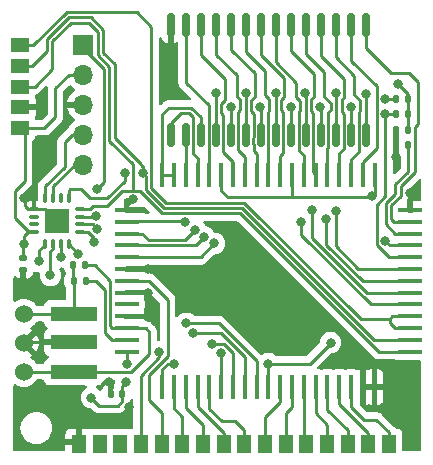
<source format=gbr>
%TF.GenerationSoftware,KiCad,Pcbnew,8.0.0*%
%TF.CreationDate,2024-03-23T09:44:43-04:00*%
%TF.ProjectId,N64SP PCB,4e363453-5020-4504-9342-2e6b69636164,rev?*%
%TF.SameCoordinates,Original*%
%TF.FileFunction,Copper,L1,Top*%
%TF.FilePolarity,Positive*%
%FSLAX46Y46*%
G04 Gerber Fmt 4.6, Leading zero omitted, Abs format (unit mm)*
G04 Created by KiCad (PCBNEW 8.0.0) date 2024-03-23 09:44:43*
%MOMM*%
%LPD*%
G01*
G04 APERTURE LIST*
G04 Aperture macros list*
%AMRoundRect*
0 Rectangle with rounded corners*
0 $1 Rounding radius*
0 $2 $3 $4 $5 $6 $7 $8 $9 X,Y pos of 4 corners*
0 Add a 4 corners polygon primitive as box body*
4,1,4,$2,$3,$4,$5,$6,$7,$8,$9,$2,$3,0*
0 Add four circle primitives for the rounded corners*
1,1,$1+$1,$2,$3*
1,1,$1+$1,$4,$5*
1,1,$1+$1,$6,$7*
1,1,$1+$1,$8,$9*
0 Add four rect primitives between the rounded corners*
20,1,$1+$1,$2,$3,$4,$5,0*
20,1,$1+$1,$4,$5,$6,$7,0*
20,1,$1+$1,$6,$7,$8,$9,0*
20,1,$1+$1,$8,$9,$2,$3,0*%
G04 Aperture macros list end*
%TA.AperFunction,ComponentPad*%
%ADD10R,1.250000X1.250000*%
%TD*%
%TA.AperFunction,SMDPad,CuDef*%
%ADD11R,0.625000X1.250000*%
%TD*%
%TA.AperFunction,SMDPad,CuDef*%
%ADD12R,1.250000X0.625000*%
%TD*%
%TA.AperFunction,SMDPad,CuDef*%
%ADD13RoundRect,0.075000X0.075000X-0.350000X0.075000X0.350000X-0.075000X0.350000X-0.075000X-0.350000X0*%
%TD*%
%TA.AperFunction,SMDPad,CuDef*%
%ADD14RoundRect,0.075000X0.350000X-0.075000X0.350000X0.075000X-0.350000X0.075000X-0.350000X-0.075000X0*%
%TD*%
%TA.AperFunction,SMDPad,CuDef*%
%ADD15R,2.100000X2.100000*%
%TD*%
%TA.AperFunction,SMDPad,CuDef*%
%ADD16RoundRect,0.150000X-0.150000X0.875000X-0.150000X-0.875000X0.150000X-0.875000X0.150000X0.875000X0*%
%TD*%
%TA.AperFunction,SMDPad,CuDef*%
%ADD17R,4.000000X1.300000*%
%TD*%
%TA.AperFunction,ComponentPad*%
%ADD18C,1.524000*%
%TD*%
%TA.AperFunction,SMDPad,CuDef*%
%ADD19RoundRect,0.140000X-0.140000X-0.170000X0.140000X-0.170000X0.140000X0.170000X-0.140000X0.170000X0*%
%TD*%
%TA.AperFunction,SMDPad,CuDef*%
%ADD20RoundRect,0.140000X0.170000X-0.140000X0.170000X0.140000X-0.170000X0.140000X-0.170000X-0.140000X0*%
%TD*%
%TA.AperFunction,SMDPad,CuDef*%
%ADD21RoundRect,0.135000X-0.135000X-0.185000X0.135000X-0.185000X0.135000X0.185000X-0.135000X0.185000X0*%
%TD*%
%TA.AperFunction,SMDPad,CuDef*%
%ADD22RoundRect,0.135000X0.135000X0.185000X-0.135000X0.185000X-0.135000X-0.185000X0.135000X-0.185000X0*%
%TD*%
%TA.AperFunction,SMDPad,CuDef*%
%ADD23R,2.000000X0.450000*%
%TD*%
%TA.AperFunction,SMDPad,CuDef*%
%ADD24R,0.450000X2.000000*%
%TD*%
%TA.AperFunction,ComponentPad*%
%ADD25R,1.700000X1.700000*%
%TD*%
%TA.AperFunction,ComponentPad*%
%ADD26O,1.700000X1.700000*%
%TD*%
%TA.AperFunction,ViaPad*%
%ADD27C,0.800000*%
%TD*%
%TA.AperFunction,Conductor*%
%ADD28C,0.250000*%
%TD*%
G04 APERTURE END LIST*
D10*
%TO.P,TP1,1*%
%TO.N,GND*%
X111150000Y-42000000D03*
D11*
X110460000Y-42000000D03*
%TD*%
D10*
%TO.P,TP2,1*%
%TO.N,3V3*%
X111150000Y-43750000D03*
D11*
X110460000Y-43750000D03*
%TD*%
D10*
%TO.P,TP3,1*%
%TO.N,DATA*%
X111150000Y-36750000D03*
D11*
X110460000Y-36750000D03*
%TD*%
D10*
%TO.P,TP4,1*%
%TO.N,A*%
X133450000Y-70350000D03*
D12*
X133450000Y-71040000D03*
%TD*%
D10*
%TO.P,TP5,1*%
%TO.N,B*%
X138700000Y-70350000D03*
D12*
X138700000Y-71040000D03*
%TD*%
D10*
%TO.P,TP6,1*%
%TO.N,S*%
X131700000Y-70350000D03*
D12*
X131700000Y-71040000D03*
%TD*%
D10*
%TO.P,TP8,1*%
%TO.N,R*%
X111150000Y-38500000D03*
D11*
X110460000Y-38500000D03*
%TD*%
D10*
%TO.P,TP10,1*%
%TO.N,CL*%
X140450000Y-70350000D03*
D12*
X140450000Y-71040000D03*
%TD*%
D10*
%TO.P,TP11,1*%
%TO.N,CR*%
X136950000Y-70350000D03*
D12*
X136950000Y-71040000D03*
%TD*%
D10*
%TO.P,TP12,1*%
%TO.N,CU*%
X142200000Y-70350000D03*
D12*
X142200000Y-71040000D03*
%TD*%
D10*
%TO.P,TP13,1*%
%TO.N,CD*%
X135200000Y-70350000D03*
D12*
X135200000Y-71040000D03*
%TD*%
D10*
%TO.P,TP14,1*%
%TO.N,DL*%
X128200000Y-70350000D03*
D12*
X128200000Y-71040000D03*
%TD*%
D10*
%TO.P,TP15,1*%
%TO.N,DR*%
X124700000Y-70350000D03*
D12*
X124700000Y-71040000D03*
%TD*%
D10*
%TO.P,TP16,1*%
%TO.N,DU*%
X126450000Y-70350000D03*
D12*
X126450000Y-71040000D03*
%TD*%
D10*
%TO.P,TP17,1*%
%TO.N,DD*%
X129950000Y-70350000D03*
D12*
X129950000Y-71040000D03*
%TD*%
D10*
%TO.P,TP18,1*%
%TO.N,SX*%
X121200000Y-70350000D03*
D12*
X121200000Y-71040000D03*
%TD*%
D10*
%TO.P,TP19,1*%
%TO.N,SY*%
X119450000Y-70350000D03*
D12*
X119450000Y-71040000D03*
%TD*%
D10*
%TO.P,TP9,1*%
%TO.N,Z*%
X111150000Y-40250000D03*
D11*
X110460000Y-40250000D03*
%TD*%
D10*
%TO.P,TP7,1*%
%TO.N,L*%
X122950000Y-70350000D03*
D12*
X122950000Y-71040000D03*
%TD*%
D10*
%TO.P,TP20,1*%
%TO.N,GND*%
X115950000Y-70350000D03*
D12*
X115950000Y-71040000D03*
%TD*%
D10*
%TO.P,TP21,1*%
%TO.N,3V3*%
X117700000Y-70350000D03*
D12*
X117700000Y-71040000D03*
%TD*%
D13*
%TO.P,U13,1*%
%TO.N,YA*%
X113125000Y-53550000D03*
%TO.P,U13,2*%
%TO.N,SY*%
X113775000Y-53550000D03*
%TO.P,U13,3*%
%TO.N,MCLR*%
X114425000Y-53550000D03*
%TO.P,U13,4*%
%TO.N,YB*%
X115075000Y-53550000D03*
D14*
%TO.P,U13,5*%
%TO.N,SX*%
X116050000Y-52575000D03*
%TO.P,U13,6*%
%TO.N,XB*%
X116050000Y-51925000D03*
%TO.P,U13,7*%
%TO.N,XA*%
X116050000Y-51275000D03*
%TO.P,U13,8*%
%TO.N,Z*%
X116050000Y-50625000D03*
D13*
%TO.P,U13,9*%
%TO.N,R*%
X115075000Y-49650000D03*
%TO.P,U13,10*%
%TO.N,Net-(U13-Pad10)*%
X114425000Y-49650000D03*
%TO.P,U13,11*%
%TO.N,Net-(J2-Pad5)*%
X113775000Y-49650000D03*
%TO.P,U13,12*%
%TO.N,Net-(J2-Pad4)*%
X113125000Y-49650000D03*
D14*
%TO.P,U13,13*%
%TO.N,GND*%
X112150000Y-50625000D03*
%TO.P,U13,14*%
%TO.N,Net-(U13-Pad14)*%
X112150000Y-51275000D03*
%TO.P,U13,15*%
%TO.N,Net-(U13-Pad15)*%
X112150000Y-51925000D03*
%TO.P,U13,16*%
%TO.N,3V3*%
X112150000Y-52575000D03*
D15*
%TO.P,U13,17*%
%TO.N,GND*%
X114100000Y-51600000D03*
%TD*%
D16*
%TO.P,U14,1*%
%TO.N,A14*%
X140255000Y-35050000D03*
%TO.P,U14,2*%
%TO.N,A12*%
X138985000Y-35050000D03*
%TO.P,U14,3*%
%TO.N,A7*%
X137715000Y-35050000D03*
%TO.P,U14,4*%
%TO.N,A6*%
X136445000Y-35050000D03*
%TO.P,U14,5*%
%TO.N,A5*%
X135175000Y-35050000D03*
%TO.P,U14,6*%
%TO.N,A4*%
X133905000Y-35050000D03*
%TO.P,U14,7*%
%TO.N,A3*%
X132635000Y-35050000D03*
%TO.P,U14,8*%
%TO.N,A2*%
X131365000Y-35050000D03*
%TO.P,U14,9*%
%TO.N,A1*%
X130095000Y-35050000D03*
%TO.P,U14,10*%
%TO.N,A0*%
X128825000Y-35050000D03*
%TO.P,U14,11*%
%TO.N,DQ0*%
X127555000Y-35050000D03*
%TO.P,U14,12*%
%TO.N,DQ1*%
X126285000Y-35050000D03*
%TO.P,U14,13*%
%TO.N,DQ2*%
X125015000Y-35050000D03*
%TO.P,U14,14*%
%TO.N,GND*%
X123745000Y-35050000D03*
%TO.P,U14,15*%
%TO.N,DQ3*%
X123745000Y-44350000D03*
%TO.P,U14,16*%
%TO.N,DQ4*%
X125015000Y-44350000D03*
%TO.P,U14,17*%
%TO.N,DQ5*%
X126285000Y-44350000D03*
%TO.P,U14,18*%
%TO.N,DQ6*%
X127555000Y-44350000D03*
%TO.P,U14,19*%
%TO.N,DQ7*%
X128825000Y-44350000D03*
%TO.P,U14,20*%
%TO.N,CE*%
X130095000Y-44350000D03*
%TO.P,U14,21*%
%TO.N,A10*%
X131365000Y-44350000D03*
%TO.P,U14,22*%
%TO.N,OE*%
X132635000Y-44350000D03*
%TO.P,U14,23*%
%TO.N,A11*%
X133905000Y-44350000D03*
%TO.P,U14,24*%
%TO.N,A9*%
X135175000Y-44350000D03*
%TO.P,U14,25*%
%TO.N,A8*%
X136445000Y-44350000D03*
%TO.P,U14,26*%
%TO.N,A13*%
X137715000Y-44350000D03*
%TO.P,U14,27*%
%TO.N,WE*%
X138985000Y-44350000D03*
%TO.P,U14,28*%
%TO.N,3V3*%
X140255000Y-44350000D03*
%TD*%
D17*
%TO.P,Y1,1*%
%TO.N,OSC1*%
X115500000Y-64400000D03*
D18*
X111300000Y-64400000D03*
D17*
%TO.P,Y1,2*%
%TO.N,Net-(R1-Pad1)*%
X115500000Y-59500000D03*
D18*
X111300000Y-59500000D03*
D17*
%TO.P,Y1,3*%
%TO.N,GND*%
X115500000Y-61900000D03*
D18*
X111300000Y-61950000D03*
%TD*%
D19*
%TO.P,C2,1*%
%TO.N,GND*%
X142840000Y-43900000D03*
%TO.P,C2,2*%
%TO.N,3V3*%
X143800000Y-43900000D03*
%TD*%
D20*
%TO.P,C36,1*%
%TO.N,GND*%
X111260000Y-55750000D03*
%TO.P,C36,2*%
%TO.N,3V3*%
X111260000Y-54790000D03*
%TD*%
D19*
%TO.P,C37,1*%
%TO.N,GND*%
X118640000Y-66300000D03*
%TO.P,C37,2*%
%TO.N,3V3*%
X119600000Y-66300000D03*
%TD*%
D21*
%TO.P,R1,1*%
%TO.N,Net-(R1-Pad1)*%
X115480000Y-55400000D03*
%TO.P,R1,2*%
%TO.N,OSC1*%
X116500000Y-55400000D03*
%TD*%
D22*
%TO.P,R7,1*%
%TO.N,OSC2*%
X116520000Y-56700000D03*
%TO.P,R7,2*%
%TO.N,Net-(R1-Pad1)*%
X115500000Y-56700000D03*
%TD*%
%TO.P,R11,1*%
%TO.N,3V3*%
X143800000Y-42600000D03*
%TO.P,R11,2*%
%TO.N,WE*%
X142780000Y-42600000D03*
%TD*%
D21*
%TO.P,R13,1*%
%TO.N,GND*%
X142800000Y-45200000D03*
%TO.P,R13,2*%
%TO.N,Net-(R13-Pad2)*%
X143820000Y-45200000D03*
%TD*%
D23*
%TO.P,U1,1*%
%TO.N,GND*%
X120000000Y-50700000D03*
%TO.P,U1,2*%
%TO.N,DQ6*%
X120000000Y-51700000D03*
%TO.P,U1,3*%
%TO.N,DQ7*%
X120000000Y-52700000D03*
%TO.P,U1,4*%
%TO.N,A10*%
X120000000Y-53700000D03*
%TO.P,U1,5*%
%TO.N,OE*%
X120000000Y-54700000D03*
%TO.P,U1,6*%
%TO.N,GND*%
X120000000Y-55700000D03*
%TO.P,U1,7*%
%TO.N,L*%
X120000000Y-56700000D03*
%TO.P,U1,8*%
%TO.N,GND*%
X120000000Y-57700000D03*
%TO.P,U1,9*%
%TO.N,Net-(U1-Pad9)*%
X120000000Y-58700000D03*
%TO.P,U1,10*%
%TO.N,GND*%
X120000000Y-59700000D03*
%TO.P,U1,11*%
%TO.N,OSC1*%
X120000000Y-60700000D03*
%TO.P,U1,12*%
%TO.N,OSC2*%
X120000000Y-61700000D03*
%TO.P,U1,13*%
%TO.N,3V3*%
X120000000Y-62700000D03*
D24*
%TO.P,U1,14*%
X123000000Y-65700000D03*
%TO.P,U1,15*%
%TO.N,DR*%
X124000000Y-65700000D03*
%TO.P,U1,16*%
%TO.N,DU*%
X125000000Y-65700000D03*
%TO.P,U1,17*%
%TO.N,DL*%
X126000000Y-65700000D03*
%TO.P,U1,18*%
%TO.N,DD*%
X127000000Y-65700000D03*
%TO.P,U1,19*%
%TO.N,XA*%
X128000000Y-65700000D03*
%TO.P,U1,20*%
%TO.N,XB*%
X129000000Y-65700000D03*
%TO.P,U1,21*%
%TO.N,YB*%
X130000000Y-65700000D03*
%TO.P,U1,22*%
%TO.N,YA*%
X131000000Y-65700000D03*
%TO.P,U1,23*%
%TO.N,3V3*%
X132000000Y-65700000D03*
%TO.P,U1,24*%
%TO.N,S*%
X133000000Y-65700000D03*
%TO.P,U1,25*%
%TO.N,A*%
X134000000Y-65700000D03*
%TO.P,U1,26*%
%TO.N,CD*%
X135000000Y-65700000D03*
%TO.P,U1,27*%
%TO.N,CR*%
X136000000Y-65700000D03*
%TO.P,U1,28*%
%TO.N,B*%
X137000000Y-65700000D03*
%TO.P,U1,29*%
%TO.N,CL*%
X138000000Y-65700000D03*
%TO.P,U1,30*%
%TO.N,CU*%
X139000000Y-65700000D03*
%TO.P,U1,31*%
%TO.N,GND*%
X140000000Y-65700000D03*
%TO.P,U1,32*%
X141000000Y-65700000D03*
D23*
%TO.P,U1,33*%
%TO.N,Z*%
X144000000Y-62700000D03*
%TO.P,U1,34*%
%TO.N,R*%
X144000000Y-61700000D03*
%TO.P,U1,35*%
%TO.N,DATA*%
X144000000Y-60700000D03*
%TO.P,U1,36*%
X144000000Y-59700000D03*
%TO.P,U1,37*%
%TO.N,A11*%
X144000000Y-58700000D03*
%TO.P,U1,38*%
%TO.N,A9*%
X144000000Y-57700000D03*
%TO.P,U1,39*%
%TO.N,A8*%
X144000000Y-56700000D03*
%TO.P,U1,40*%
%TO.N,A13*%
X144000000Y-55700000D03*
%TO.P,U1,41*%
%TO.N,WE*%
X144000000Y-54700000D03*
%TO.P,U1,42*%
%TO.N,CE*%
X144000000Y-53700000D03*
%TO.P,U1,43*%
%TO.N,Net-(R13-Pad2)*%
X144000000Y-52700000D03*
%TO.P,U1,44*%
%TO.N,A14*%
X144000000Y-51700000D03*
%TO.P,U1,45*%
%TO.N,GND*%
X144000000Y-50700000D03*
D24*
%TO.P,U1,46*%
%TO.N,3V3*%
X141000000Y-47700000D03*
%TO.P,U1,47*%
%TO.N,A12*%
X140000000Y-47700000D03*
%TO.P,U1,48*%
%TO.N,A7*%
X139000000Y-47700000D03*
%TO.P,U1,49*%
%TO.N,A6*%
X138000000Y-47700000D03*
%TO.P,U1,50*%
%TO.N,A5*%
X137000000Y-47700000D03*
%TO.P,U1,51*%
%TO.N,A4*%
X136000000Y-47700000D03*
%TO.P,U1,52*%
%TO.N,A3*%
X135000000Y-47700000D03*
%TO.P,U1,53*%
%TO.N,3V3*%
X134000000Y-47700000D03*
%TO.P,U1,54*%
%TO.N,A2*%
X133000000Y-47700000D03*
%TO.P,U1,55*%
%TO.N,A1*%
X132000000Y-47700000D03*
%TO.P,U1,56*%
%TO.N,A0*%
X131000000Y-47700000D03*
%TO.P,U1,57*%
%TO.N,DQ0*%
X130000000Y-47700000D03*
%TO.P,U1,58*%
%TO.N,DQ1*%
X129000000Y-47700000D03*
%TO.P,U1,59*%
%TO.N,3V3*%
X128000000Y-47700000D03*
%TO.P,U1,60*%
%TO.N,DQ2*%
X127000000Y-47700000D03*
%TO.P,U1,61*%
%TO.N,DQ3*%
X126000000Y-47700000D03*
%TO.P,U1,62*%
%TO.N,DQ4*%
X125000000Y-47700000D03*
%TO.P,U1,63*%
%TO.N,DQ5*%
X124000000Y-47700000D03*
%TO.P,U1,64*%
X123000000Y-47700000D03*
%TD*%
D22*
%TO.P,R2,1*%
%TO.N,3V3*%
X143820000Y-41300000D03*
%TO.P,R2,2*%
%TO.N,CE*%
X142800000Y-41300000D03*
%TD*%
D25*
%TO.P,J2,1*%
%TO.N,MCLR*%
X116290000Y-36700000D03*
D26*
%TO.P,J2,2*%
%TO.N,3V3*%
X116290000Y-39240000D03*
%TO.P,J2,3*%
%TO.N,GND*%
X116290000Y-41780000D03*
%TO.P,J2,4*%
%TO.N,Net-(J2-Pad4)*%
X116290000Y-44320000D03*
%TO.P,J2,5*%
%TO.N,Net-(J2-Pad5)*%
X116290000Y-46860000D03*
%TD*%
D27*
%TO.N,MCLR*%
X114460000Y-54660000D03*
X117510000Y-48910000D03*
%TO.N,3V3*%
X117010000Y-66590000D03*
X111290000Y-53610000D03*
X120000000Y-63700000D03*
X132000000Y-63700000D03*
X140300000Y-40900000D03*
X119900000Y-65300000D03*
X142990000Y-40070000D03*
X137260000Y-61930000D03*
X124010000Y-63700000D03*
X140800000Y-49500000D03*
%TO.N,GND*%
X141000000Y-63700000D03*
X142800000Y-46200000D03*
X121800000Y-57700000D03*
X111260000Y-56730000D03*
X111290000Y-49710000D03*
X121800000Y-59800000D03*
X140000000Y-63700000D03*
X123700000Y-36900000D03*
X144000000Y-49300000D03*
X120500000Y-49800000D03*
X120230000Y-67350000D03*
X121800000Y-55700000D03*
X118500000Y-65300000D03*
X114810000Y-66600000D03*
%TO.N,R*%
X119820001Y-47590000D03*
X121375000Y-47580000D03*
%TO.N,SX*%
X122765000Y-62730000D03*
X117250000Y-53400000D03*
%TO.N,SY*%
X113540000Y-56230000D03*
%TO.N,DQ6*%
X124960000Y-51695030D03*
X127600000Y-40800000D03*
%TO.N,DQ7*%
X125800000Y-52360000D03*
X128800000Y-42000000D03*
%TO.N,A10*%
X131300000Y-42000000D03*
X126580870Y-52984696D03*
%TO.N,OE*%
X132600000Y-40800000D03*
X127430000Y-53530000D03*
%TO.N,XA*%
X117370000Y-51180000D03*
X127990000Y-62840000D03*
%TO.N,XB*%
X127265000Y-62020000D03*
X117489231Y-52293926D03*
%TO.N,YB*%
X115920000Y-54390000D03*
X125585000Y-61140000D03*
%TO.N,YA*%
X112543915Y-55048439D03*
X125059507Y-60289201D03*
%TO.N,A11*%
X134800000Y-51700000D03*
X133900000Y-42000000D03*
%TO.N,A9*%
X135100000Y-40800000D03*
X135675000Y-50700000D03*
%TO.N,A8*%
X136400000Y-42000000D03*
X136900000Y-51500000D03*
%TO.N,A13*%
X137700000Y-40800000D03*
X137700000Y-50800000D03*
%TO.N,WE*%
X139000000Y-42000000D03*
X141889990Y-42600000D03*
%TO.N,CE*%
X141900000Y-53300000D03*
X141900000Y-41300000D03*
X130100000Y-40800000D03*
%TD*%
D28*
%TO.N,MCLR*%
X118070000Y-38740000D02*
X118070000Y-48350000D01*
X118070000Y-48350000D02*
X117510000Y-48910000D01*
X116290000Y-36960000D02*
X118070000Y-38740000D01*
X114425000Y-53550000D02*
X114425000Y-54625000D01*
X114425000Y-54625000D02*
X114460000Y-54660000D01*
X116290000Y-36700000D02*
X116290000Y-36960000D01*
%TO.N,3V3*%
X111030000Y-48610000D02*
X110840000Y-48800000D01*
X111290000Y-52900000D02*
X111290000Y-53610000D01*
X111360000Y-45600000D02*
X111360000Y-45030000D01*
X111260000Y-53640000D02*
X111290000Y-53610000D01*
X119600000Y-66300000D02*
X119600000Y-65600000D01*
X143820000Y-40900000D02*
X142990000Y-40070000D01*
X111615000Y-52575000D02*
X111290000Y-52900000D01*
X111260000Y-54790000D02*
X111260000Y-53640000D01*
X117010000Y-66590000D02*
X117680000Y-67260000D01*
X133950000Y-49620000D02*
X140680000Y-49620000D01*
X110564999Y-49075001D02*
X110564999Y-51414999D01*
X110564999Y-51414999D02*
X111725000Y-52575000D01*
X123000000Y-64196410D02*
X123496410Y-63700000D01*
X134000000Y-47700000D02*
X134000000Y-49570000D01*
X123000000Y-65700000D02*
X123000000Y-64196410D01*
X120000000Y-62700000D02*
X120000000Y-63700000D01*
X111360000Y-45620000D02*
X111360000Y-47470000D01*
X141000000Y-47700000D02*
X141000000Y-49500000D01*
X132000000Y-65700000D02*
X132000000Y-63700000D01*
X143820000Y-41300000D02*
X143820000Y-40900000D01*
X110840000Y-48800000D02*
X110564999Y-49075001D01*
X134000000Y-49310000D02*
X134000000Y-47700000D01*
X123496410Y-63700000D02*
X124010000Y-63700000D01*
X128000000Y-49070000D02*
X128550000Y-49620000D01*
X113970000Y-42820000D02*
X113040000Y-43750000D01*
X111360000Y-43860000D02*
X111250000Y-43750000D01*
X132000000Y-63700000D02*
X135490000Y-63700000D01*
X119240000Y-67260000D02*
X119600000Y-66900000D01*
X128000000Y-47700000D02*
X128000000Y-49070000D01*
X133120000Y-49620000D02*
X133690000Y-49620000D01*
X112150000Y-52575000D02*
X111615000Y-52575000D01*
X140680000Y-49620000D02*
X140800000Y-49500000D01*
X135490000Y-63700000D02*
X137260000Y-61930000D01*
X119600000Y-66900000D02*
X119600000Y-66300000D01*
X140255000Y-40945000D02*
X140300000Y-40900000D01*
X116290000Y-39240000D02*
X115140000Y-39240000D01*
X111725000Y-52575000D02*
X112150000Y-52575000D01*
X143800000Y-41320000D02*
X143820000Y-41300000D01*
X113040000Y-43750000D02*
X111250000Y-43750000D01*
X111360000Y-47470000D02*
X111360000Y-48280000D01*
X111360000Y-45030000D02*
X111360000Y-45620000D01*
X113970000Y-40410000D02*
X113970000Y-42820000D01*
X119600000Y-65600000D02*
X119900000Y-65300000D01*
X111360000Y-45030000D02*
X111360000Y-43860000D01*
X133120000Y-49620000D02*
X133950000Y-49620000D01*
X140255000Y-44350000D02*
X140255000Y-40945000D01*
X134000000Y-49570000D02*
X133950000Y-49620000D01*
X128550000Y-49620000D02*
X133120000Y-49620000D01*
X117680000Y-67260000D02*
X119240000Y-67260000D01*
X111360000Y-48280000D02*
X110840000Y-48800000D01*
X143800000Y-43900000D02*
X143800000Y-41320000D01*
X111380000Y-47450000D02*
X111360000Y-47470000D01*
X115140000Y-39240000D02*
X113970000Y-40410000D01*
%TO.N,GND*%
X111635000Y-50625000D02*
X111390000Y-50380000D01*
X142800000Y-45200000D02*
X142800000Y-43940000D01*
X142800000Y-45200000D02*
X142800000Y-46200000D01*
X120000000Y-55700000D02*
X121800000Y-55700000D01*
X118640000Y-66300000D02*
X118640000Y-65440000D01*
X120000000Y-59700000D02*
X121800000Y-59700000D01*
X111390000Y-49810000D02*
X111290000Y-49710000D01*
X112150000Y-50625000D02*
X111635000Y-50625000D01*
X141000000Y-65700000D02*
X141000000Y-63700000D01*
X142800000Y-43940000D02*
X142840000Y-43900000D01*
X111260000Y-55750000D02*
X111260000Y-56730000D01*
X113125000Y-50625000D02*
X114100000Y-51600000D01*
X120000000Y-50300000D02*
X120500000Y-49800000D01*
X118640000Y-65440000D02*
X118500000Y-65300000D01*
X120000000Y-57700000D02*
X121800000Y-57700000D01*
X140000000Y-65700000D02*
X140000000Y-63700000D01*
X120000000Y-50700000D02*
X120000000Y-50300000D01*
X111350000Y-61900000D02*
X111300000Y-61950000D01*
X123745000Y-36855000D02*
X123700000Y-36900000D01*
X115500000Y-61900000D02*
X111350000Y-61900000D01*
X144000000Y-50700000D02*
X144000000Y-49300000D01*
X112150000Y-50625000D02*
X113125000Y-50625000D01*
X123745000Y-35050000D02*
X123745000Y-36855000D01*
X111390000Y-50380000D02*
X111390000Y-49810000D01*
%TO.N,DATA*%
X114909990Y-33950010D02*
X112110000Y-36750000D01*
X139800000Y-59900000D02*
X129970010Y-50070010D01*
X144000000Y-60700000D02*
X142700000Y-60700000D01*
X142300000Y-60300000D02*
X142300000Y-59900000D01*
X142700000Y-60700000D02*
X142300000Y-60300000D01*
X122100000Y-35170000D02*
X120880010Y-33950010D01*
X142300000Y-59900000D02*
X139800000Y-59900000D01*
X142500000Y-59700000D02*
X144000000Y-59700000D01*
X123370010Y-50070010D02*
X122100000Y-48800000D01*
X142300000Y-59900000D02*
X142500000Y-59700000D01*
X129970010Y-50070010D02*
X123370010Y-50070010D01*
X120880010Y-33950010D02*
X114909990Y-33950010D01*
X122100000Y-48800000D02*
X122100000Y-35170000D01*
X112110000Y-36750000D02*
X111250000Y-36750000D01*
%TO.N,A*%
X134000000Y-65700000D02*
X134000000Y-67360000D01*
X133450000Y-67910000D02*
X133450000Y-70350000D01*
X134000000Y-67360000D02*
X133450000Y-67910000D01*
%TO.N,B*%
X138700000Y-69330000D02*
X138700000Y-70350000D01*
X137000000Y-67630000D02*
X138700000Y-69330000D01*
X137000000Y-65700000D02*
X137000000Y-67630000D01*
%TO.N,S*%
X133000000Y-66950000D02*
X131700000Y-68250000D01*
X133000000Y-65700000D02*
X133000000Y-66950000D01*
X131700000Y-68250000D02*
X131700000Y-70350000D01*
%TO.N,L*%
X122950000Y-70350000D02*
X122950000Y-67900000D01*
X122950000Y-67900000D02*
X121860000Y-66810000D01*
X121873002Y-56700000D02*
X120000000Y-56700000D01*
X123490000Y-58316998D02*
X121873002Y-56700000D01*
X121860000Y-64700000D02*
X123490000Y-63070000D01*
X123490000Y-63070000D02*
X123490000Y-58316998D01*
X121860000Y-66810000D02*
X121860000Y-64700000D01*
%TO.N,R*%
X116980020Y-34400020D02*
X118010000Y-35430000D01*
X140963590Y-61700000D02*
X129783610Y-50520020D01*
X118010000Y-35430000D02*
X118010000Y-37407180D01*
X121093205Y-46756795D02*
X121296420Y-46960010D01*
X113260000Y-37260000D02*
X113260000Y-36236410D01*
X118970020Y-38367200D02*
X118970020Y-44633610D01*
X117010000Y-49720000D02*
X118343590Y-49720000D01*
X112020000Y-38500000D02*
X113260000Y-37260000D01*
X123183610Y-50520020D02*
X121649990Y-48986400D01*
X111250000Y-38500000D02*
X112020000Y-38500000D01*
X116899980Y-49720000D02*
X116139990Y-48960010D01*
X118970020Y-44633610D02*
X121093205Y-46756795D01*
X129783610Y-50520020D02*
X123183610Y-50520020D01*
X121375000Y-47580000D02*
X121375000Y-47038590D01*
X121649990Y-48986400D02*
X121649990Y-47854990D01*
X113260000Y-36236410D02*
X115096390Y-34400020D01*
X115160000Y-48960010D02*
X116139990Y-48960010D01*
X115075000Y-49045010D02*
X115160000Y-48960010D01*
X115075000Y-49650000D02*
X115075000Y-49045010D01*
X115096390Y-34400020D02*
X116980020Y-34400020D01*
X119820001Y-48243589D02*
X119820001Y-47590000D01*
X121649990Y-47854990D02*
X121375000Y-47580000D01*
X121375000Y-47038590D02*
X121093205Y-46756795D01*
X118343590Y-49720000D02*
X119820001Y-48243589D01*
X118010000Y-37407180D02*
X118970020Y-38367200D01*
X117010000Y-49720000D02*
X116899980Y-49720000D01*
X144000000Y-61700000D02*
X140963590Y-61700000D01*
%TO.N,Z*%
X116875000Y-50625000D02*
X117130000Y-50370000D01*
X113710010Y-36422810D02*
X115282790Y-34850030D01*
X117130000Y-50370000D02*
X118330000Y-50370000D01*
X119625001Y-49074999D02*
X120545001Y-49074999D01*
X118330000Y-50370000D02*
X119625001Y-49074999D01*
X116050000Y-50625000D02*
X116875000Y-50625000D01*
X129597210Y-50970030D02*
X141327180Y-62700000D01*
X111250000Y-40250000D02*
X112210000Y-40250000D01*
X118520010Y-44820010D02*
X120545001Y-46845001D01*
X117559990Y-35616400D02*
X117559991Y-36270009D01*
X120545001Y-47674999D02*
X120545001Y-49074999D01*
X115282790Y-34850030D02*
X116793620Y-34850030D01*
X117559991Y-37593581D02*
X118520010Y-38553600D01*
X113710010Y-38749990D02*
X113710010Y-36422810D01*
X112210000Y-40250000D02*
X113710010Y-38749990D01*
X118520010Y-38553600D02*
X118520010Y-44820010D01*
X117559991Y-36270009D02*
X117559991Y-37593581D01*
X122997210Y-50970030D02*
X129597210Y-50970030D01*
X120545001Y-49074999D02*
X121102179Y-49074999D01*
X121102179Y-49074999D02*
X122997210Y-50970030D01*
X120545001Y-46845001D02*
X120545001Y-47674999D01*
X116793620Y-34850030D02*
X117559990Y-35616400D01*
X141327180Y-62700000D02*
X144000000Y-62700000D01*
%TO.N,CL*%
X140450000Y-69590000D02*
X138000000Y-67140000D01*
X138000000Y-65700000D02*
X138000000Y-67140000D01*
X140450000Y-70350000D02*
X140450000Y-69590000D01*
%TO.N,CR*%
X136950000Y-68870000D02*
X136950000Y-70350000D01*
X136000000Y-65700000D02*
X136000000Y-67920000D01*
X136000000Y-67920000D02*
X136950000Y-68870000D01*
%TO.N,CU*%
X141150000Y-68460000D02*
X142200000Y-69510000D01*
X142200000Y-69510000D02*
X142200000Y-70350000D01*
X139000000Y-65700000D02*
X139000000Y-67340000D01*
X140120000Y-68460000D02*
X141150000Y-68460000D01*
X139000000Y-67340000D02*
X140120000Y-68460000D01*
%TO.N,CD*%
X135000000Y-70150000D02*
X135200000Y-70350000D01*
X135000000Y-65700000D02*
X135000000Y-70150000D01*
%TO.N,DL*%
X128200000Y-69560000D02*
X128200000Y-70350000D01*
X126000000Y-65700000D02*
X126000000Y-67360000D01*
X126000000Y-67360000D02*
X128200000Y-69560000D01*
%TO.N,DR*%
X124000000Y-67500000D02*
X124700000Y-68200000D01*
X124700000Y-68200000D02*
X124700000Y-70350000D01*
X124000000Y-65700000D02*
X124000000Y-67500000D01*
%TO.N,DU*%
X125000000Y-65700000D02*
X125000000Y-67440000D01*
X126450000Y-68890000D02*
X126450000Y-70350000D01*
X125000000Y-67440000D02*
X126450000Y-68890000D01*
%TO.N,DD*%
X128070000Y-68600000D02*
X129180000Y-68600000D01*
X127000000Y-67530000D02*
X128070000Y-68600000D01*
X127000000Y-65700000D02*
X127000000Y-67530000D01*
X129180000Y-68600000D02*
X129950000Y-69370000D01*
X129950000Y-69370000D02*
X129950000Y-70350000D01*
%TO.N,SX*%
X117250000Y-53080000D02*
X117250000Y-53400000D01*
X122765000Y-63158590D02*
X122765000Y-62730000D01*
X116050000Y-52575000D02*
X116745000Y-52575000D01*
X121200000Y-70350000D02*
X121200000Y-64723590D01*
X116745000Y-52575000D02*
X117250000Y-53080000D01*
X121200000Y-64723590D02*
X122765000Y-63158590D01*
%TO.N,SY*%
X113775000Y-53975000D02*
X113543841Y-54206159D01*
X113543841Y-54206159D02*
X113543841Y-55060819D01*
X113540000Y-55064660D02*
X113543841Y-55060819D01*
X113775000Y-53550000D02*
X113775000Y-53975000D01*
X113540000Y-56230000D02*
X113540000Y-55064660D01*
%TO.N,DQ6*%
X127555000Y-44350000D02*
X127555000Y-40845000D01*
X127555000Y-40845000D02*
X127600000Y-40800000D01*
X124899969Y-51634999D02*
X124960000Y-51695030D01*
X120065001Y-51634999D02*
X124899969Y-51634999D01*
X120000000Y-51700000D02*
X120065001Y-51634999D01*
%TO.N,DQ7*%
X124910010Y-53249990D02*
X121869990Y-53249990D01*
X125800000Y-52360000D02*
X124910010Y-53249990D01*
X128825000Y-42025000D02*
X128800000Y-42000000D01*
X121869990Y-53249990D02*
X121320000Y-52700000D01*
X120000000Y-52700000D02*
X121320000Y-52700000D01*
X128825000Y-44350000D02*
X128825000Y-42025000D01*
%TO.N,A10*%
X125865566Y-53700000D02*
X120000000Y-53700000D01*
X126580870Y-52984696D02*
X125865566Y-53700000D01*
X131365000Y-44350000D02*
X131365000Y-42065000D01*
X131365000Y-42065000D02*
X131300000Y-42000000D01*
%TO.N,OE*%
X126260000Y-54700000D02*
X127430000Y-53530000D01*
X132635000Y-40835000D02*
X132600000Y-40800000D01*
X120000000Y-54700000D02*
X126260000Y-54700000D01*
X132635000Y-44350000D02*
X132635000Y-40835000D01*
%TO.N,OSC1*%
X115500000Y-64400000D02*
X115525001Y-64425001D01*
X118750000Y-60700000D02*
X118600000Y-60550000D01*
X118600000Y-56700000D02*
X117300000Y-55400000D01*
X115525001Y-64425001D02*
X120348001Y-64425001D01*
X121600000Y-60700000D02*
X120000000Y-60700000D01*
X117300000Y-55400000D02*
X116500000Y-55400000D01*
X118600000Y-60550000D02*
X118600000Y-56700000D01*
X120000000Y-60700000D02*
X118750000Y-60700000D01*
X121900000Y-61000000D02*
X121600000Y-60700000D01*
X120348001Y-64425001D02*
X121900000Y-62873002D01*
X121900000Y-62873002D02*
X121900000Y-61000000D01*
X111300000Y-64400000D02*
X115500000Y-64400000D01*
%TO.N,OSC2*%
X117400000Y-56700000D02*
X116520000Y-56700000D01*
X118149990Y-61099990D02*
X118149990Y-57449990D01*
X120000000Y-61700000D02*
X118750000Y-61700000D01*
X118750000Y-61700000D02*
X118149990Y-61099990D01*
X118149990Y-57449990D02*
X117400000Y-56700000D01*
%TO.N,XA*%
X117275000Y-51275000D02*
X117370000Y-51180000D01*
X127990000Y-65690000D02*
X128000000Y-65700000D01*
X127990000Y-62840000D02*
X127990000Y-65690000D01*
X116050000Y-51275000D02*
X117275000Y-51275000D01*
%TO.N,XB*%
X117120305Y-51925000D02*
X117489231Y-52293926D01*
X128243002Y-62020000D02*
X129000000Y-62776998D01*
X127265000Y-62020000D02*
X128243002Y-62020000D01*
X116050000Y-51925000D02*
X117120305Y-51925000D01*
X129000000Y-62776998D02*
X129000000Y-65700000D01*
%TO.N,YB*%
X127999412Y-61140000D02*
X130000000Y-63140588D01*
X115075000Y-53550000D02*
X115080000Y-53550000D01*
X125585000Y-61140000D02*
X127999412Y-61140000D01*
X115080000Y-53550000D02*
X115920000Y-54390000D01*
X130000000Y-63140588D02*
X130000000Y-65700000D01*
%TO.N,YA*%
X131000000Y-65700000D02*
X131000000Y-63504178D01*
X112543915Y-54131085D02*
X112543915Y-55048439D01*
X113125000Y-53550000D02*
X112543915Y-54131085D01*
X131000000Y-63504178D02*
X127785023Y-60289201D01*
X127785023Y-60289201D02*
X125059507Y-60289201D01*
%TO.N,A11*%
X144000000Y-58700000D02*
X142500000Y-58700000D01*
X133905000Y-44350000D02*
X133905000Y-42005000D01*
X140700000Y-58700000D02*
X142500000Y-58700000D01*
X133905000Y-42005000D02*
X133900000Y-42000000D01*
X134800000Y-51700000D02*
X134800000Y-52800000D01*
X134800000Y-52800000D02*
X140700000Y-58700000D01*
%TO.N,A9*%
X135175000Y-44350000D02*
X135175000Y-40875000D01*
X144000000Y-57700000D02*
X140336410Y-57700000D01*
X135175000Y-40875000D02*
X135100000Y-40800000D01*
X140336410Y-57700000D02*
X135675000Y-53038590D01*
X135675000Y-53038590D02*
X135675000Y-50700000D01*
%TO.N,A8*%
X144000000Y-56700000D02*
X142500000Y-56700000D01*
X136900000Y-53627180D02*
X139972820Y-56700000D01*
X139972820Y-56700000D02*
X142500000Y-56700000D01*
X136445000Y-44350000D02*
X136445000Y-42045000D01*
X136900000Y-51500000D02*
X136900000Y-53627180D01*
X136445000Y-42045000D02*
X136400000Y-42000000D01*
%TO.N,A13*%
X139609230Y-55700000D02*
X144000000Y-55700000D01*
X137700000Y-50800000D02*
X137700000Y-53790770D01*
X137715000Y-44350000D02*
X137715000Y-40815000D01*
X137700000Y-53790770D02*
X139609230Y-55700000D01*
X137715000Y-40815000D02*
X137700000Y-40800000D01*
%TO.N,WE*%
X142780000Y-42600000D02*
X141889990Y-42600000D01*
X142226998Y-54700000D02*
X141174999Y-53648001D01*
X141174999Y-53648001D02*
X141174999Y-50252181D01*
X138985000Y-44350000D02*
X138985000Y-42015000D01*
X141174999Y-50252181D02*
X141889990Y-49537190D01*
X144000000Y-54700000D02*
X142226998Y-54700000D01*
X138985000Y-42015000D02*
X139000000Y-42000000D01*
X141889990Y-49537190D02*
X141889990Y-42600000D01*
%TO.N,Net-(R13-Pad2)*%
X142749990Y-49313600D02*
X142749990Y-48513600D01*
X141949991Y-51899991D02*
X141949991Y-50113599D01*
X142750000Y-52700000D02*
X141949991Y-51899991D01*
X143820000Y-47443590D02*
X143820000Y-45200000D01*
X144000000Y-52700000D02*
X142750000Y-52700000D01*
X141949991Y-50113599D02*
X142749990Y-49313600D01*
X142749990Y-48513600D02*
X143820000Y-47443590D01*
%TO.N,A14*%
X143900000Y-39100000D02*
X142400000Y-39100000D01*
X144415010Y-47484990D02*
X144415010Y-43684990D01*
X142600000Y-51700000D02*
X142400000Y-51500000D01*
X144700000Y-43400000D02*
X144700000Y-39900000D01*
X144415010Y-43684990D02*
X144700000Y-43400000D01*
X144700000Y-39900000D02*
X143900000Y-39100000D01*
X144000000Y-51700000D02*
X142600000Y-51700000D01*
X143200000Y-48700000D02*
X144415010Y-47484990D01*
X143200000Y-49500000D02*
X143200000Y-48700000D01*
X142400000Y-39100000D02*
X140255000Y-36955000D01*
X140255000Y-36955000D02*
X140255000Y-35050000D01*
X142400000Y-51500000D02*
X142400000Y-50300000D01*
X142400000Y-50300000D02*
X143200000Y-49500000D01*
%TO.N,A12*%
X141164990Y-40235010D02*
X138985000Y-38055020D01*
X141164990Y-45435010D02*
X141164990Y-40235010D01*
X140000000Y-47700000D02*
X140000000Y-46600000D01*
X140000000Y-46600000D02*
X141164990Y-45435010D01*
X138985000Y-38055020D02*
X138985000Y-35050000D01*
%TO.N,A7*%
X139629990Y-45770010D02*
X139629990Y-42443012D01*
X139725001Y-42348001D02*
X139725001Y-41398003D01*
X139725001Y-41398003D02*
X139263499Y-40936501D01*
X139263499Y-40936501D02*
X139263499Y-39333499D01*
X139263499Y-39333499D02*
X137715000Y-37785000D01*
X139000000Y-47700000D02*
X139000000Y-46400000D01*
X139000000Y-46400000D02*
X139629990Y-45770010D01*
X139629990Y-42443012D02*
X139725001Y-42348001D01*
X137715000Y-37785000D02*
X137715000Y-35050000D01*
%TO.N,A6*%
X138359990Y-42559990D02*
X138200000Y-42400000D01*
X138200000Y-41373002D02*
X138425001Y-41148001D01*
X136445000Y-37645000D02*
X136445000Y-35050000D01*
X138000000Y-45900000D02*
X138359990Y-45540010D01*
X138359990Y-45540010D02*
X138359990Y-42559990D01*
X138000000Y-47700000D02*
X138000000Y-45900000D01*
X138200000Y-42400000D02*
X138200000Y-41373002D01*
X138425001Y-41148001D02*
X138425001Y-39625001D01*
X138425001Y-39625001D02*
X136445000Y-37645000D01*
%TO.N,A5*%
X135175000Y-37475000D02*
X135175000Y-35050000D01*
X137070010Y-42402992D02*
X137264990Y-42208012D01*
X136700000Y-41100000D02*
X136700000Y-39000000D01*
X137000000Y-47700000D02*
X137000000Y-45491768D01*
X137000000Y-45491768D02*
X137070010Y-45421758D01*
X137264990Y-42208012D02*
X137264990Y-41664990D01*
X137264990Y-41664990D02*
X136700000Y-41100000D01*
X137070010Y-45421758D02*
X137070010Y-42402992D01*
X136700000Y-39000000D02*
X135175000Y-37475000D01*
%TO.N,A4*%
X135800000Y-42473002D02*
X135625010Y-42298012D01*
X136000000Y-47700000D02*
X135800000Y-47500000D01*
X133905000Y-37205000D02*
X133905000Y-35050000D01*
X135625010Y-42298012D02*
X135625010Y-41347992D01*
X135625010Y-41347992D02*
X135900000Y-41073002D01*
X135900000Y-41073002D02*
X135900000Y-39200000D01*
X135900000Y-39200000D02*
X133905000Y-37205000D01*
X135800000Y-47500000D02*
X135800000Y-42473002D01*
%TO.N,A3*%
X134549990Y-45649990D02*
X134549990Y-42423012D01*
X134374999Y-39925001D02*
X132635000Y-38185002D01*
X134374999Y-41174999D02*
X134374999Y-39925001D01*
X134549990Y-42423012D02*
X134700000Y-42273002D01*
X135000000Y-46100000D02*
X134549990Y-45649990D01*
X134700000Y-41500000D02*
X134374999Y-41174999D01*
X132635000Y-38185002D02*
X132635000Y-35050000D01*
X134700000Y-42273002D02*
X134700000Y-41500000D01*
X135000000Y-47700000D02*
X135000000Y-46100000D01*
%TO.N,A2*%
X133260010Y-42433012D02*
X133100000Y-42273002D01*
X133325001Y-39511413D02*
X131365000Y-37551412D01*
X133000000Y-47700000D02*
X133000000Y-46100000D01*
X131365000Y-37551412D02*
X131365000Y-35050000D01*
X133260010Y-45839990D02*
X133260010Y-42433012D01*
X133100000Y-41400000D02*
X133325001Y-41174999D01*
X133000000Y-46100000D02*
X133260010Y-45839990D01*
X133100000Y-42273002D02*
X133100000Y-41400000D01*
X133325001Y-41174999D02*
X133325001Y-39511413D01*
%TO.N,A1*%
X131700000Y-38900000D02*
X130095000Y-37295000D01*
X132025001Y-41325001D02*
X131700000Y-41000000D01*
X132000000Y-47700000D02*
X132000000Y-42373002D01*
X132025001Y-42348001D02*
X132025001Y-41325001D01*
X131700000Y-41000000D02*
X131700000Y-38900000D01*
X132000000Y-42373002D02*
X132025001Y-42348001D01*
X130095000Y-37295000D02*
X130095000Y-35050000D01*
%TO.N,A0*%
X131000000Y-46000000D02*
X131000000Y-47700000D01*
X130739990Y-42539990D02*
X130739990Y-44560010D01*
X130720010Y-44579990D02*
X130720010Y-45120010D01*
X130739990Y-44560010D02*
X130720010Y-44579990D01*
X130739990Y-45739990D02*
X131000000Y-46000000D01*
X130825001Y-39125001D02*
X130825001Y-41148001D01*
X128825000Y-37125000D02*
X130825001Y-39125001D01*
X128825000Y-35050000D02*
X128825000Y-37125000D01*
X130825001Y-41148001D02*
X130545010Y-41427992D01*
X130720010Y-45120010D02*
X130739990Y-45139990D01*
X130739990Y-45139990D02*
X130739990Y-45739990D01*
X130545010Y-42345010D02*
X130739990Y-42539990D01*
X130545010Y-41427992D02*
X130545010Y-42345010D01*
%TO.N,DQ0*%
X129450010Y-42422992D02*
X129600000Y-42273002D01*
X130000000Y-47700000D02*
X130000000Y-46200000D01*
X127555000Y-37555000D02*
X127555000Y-35050000D01*
X129450010Y-45650010D02*
X129450010Y-42422992D01*
X129600000Y-41373002D02*
X129300000Y-41073002D01*
X129600000Y-42273002D02*
X129600000Y-41373002D01*
X129300000Y-39300000D02*
X127555000Y-37555000D01*
X129300000Y-41073002D02*
X129300000Y-39300000D01*
X130000000Y-46200000D02*
X129450010Y-45650010D01*
%TO.N,DQ1*%
X128005010Y-42505010D02*
X128005010Y-41721988D01*
X129000000Y-46600000D02*
X128180010Y-45780010D01*
X128300000Y-41426998D02*
X128300000Y-41173002D01*
X126285000Y-37585000D02*
X126285000Y-35050000D01*
X128180010Y-42680010D02*
X128005010Y-42505010D01*
X128325001Y-39625001D02*
X126285000Y-37585000D01*
X128005010Y-41721988D02*
X128300000Y-41426998D01*
X128300000Y-41173002D02*
X128325001Y-41148001D01*
X128180010Y-45780010D02*
X128180010Y-42680010D01*
X128325001Y-41148001D02*
X128325001Y-39625001D01*
X129000000Y-47700000D02*
X129000000Y-46600000D01*
%TO.N,DQ2*%
X127000000Y-47700000D02*
X126929990Y-47629990D01*
X126929990Y-47629990D02*
X126929990Y-41829990D01*
X125015000Y-39915000D02*
X125015000Y-35050000D01*
X126929990Y-41829990D02*
X125015000Y-39915000D01*
%TO.N,DQ3*%
X124570000Y-42500000D02*
X123745000Y-43325000D01*
X125300000Y-42500000D02*
X124570000Y-42500000D01*
X125640010Y-45940010D02*
X125640010Y-42840010D01*
X123745000Y-43325000D02*
X123745000Y-44350000D01*
X126000000Y-47700000D02*
X126000000Y-46300000D01*
X125640010Y-42840010D02*
X125300000Y-42500000D01*
X126000000Y-46300000D02*
X125640010Y-45940010D01*
%TO.N,DQ4*%
X125000000Y-47700000D02*
X125000000Y-44365000D01*
X125000000Y-44365000D02*
X125015000Y-44350000D01*
%TO.N,DQ5*%
X123000000Y-42600000D02*
X123550010Y-42049990D01*
X124000000Y-47700000D02*
X123000000Y-47700000D01*
X123000000Y-47700000D02*
X123000000Y-42600000D01*
X126285000Y-44350000D02*
X126285000Y-43015000D01*
X125486401Y-42049991D02*
X126285000Y-42848590D01*
X123550010Y-42049990D02*
X125486401Y-42049991D01*
X126285000Y-42848590D02*
X126285000Y-43015000D01*
%TO.N,CE*%
X142800000Y-41300000D02*
X141900000Y-41300000D01*
X144000000Y-53700000D02*
X142300000Y-53700000D01*
X130095000Y-44350000D02*
X130095000Y-40805000D01*
X130095000Y-40805000D02*
X130100000Y-40800000D01*
X142300000Y-53700000D02*
X141900000Y-53300000D01*
%TO.N,Net-(R1-Pad1)*%
X115480000Y-56680000D02*
X115500000Y-56700000D01*
X111300000Y-59500000D02*
X115500000Y-59500000D01*
X115500000Y-56700000D02*
X115500000Y-59500000D01*
X115480000Y-55400000D02*
X115480000Y-56680000D01*
%TO.N,Net-(J2-Pad4)*%
X114750000Y-47063590D02*
X114750000Y-44970000D01*
X113125000Y-48688590D02*
X114750000Y-47063590D01*
X114750000Y-44970000D02*
X115400000Y-44320000D01*
X113125000Y-49650000D02*
X113125000Y-48688590D01*
X115400000Y-44320000D02*
X116290000Y-44320000D01*
%TO.N,Net-(J2-Pad5)*%
X113775000Y-48675000D02*
X115590000Y-46860000D01*
X115590000Y-46860000D02*
X116290000Y-46860000D01*
X113775000Y-49650000D02*
X113775000Y-48675000D01*
%TD*%
%TA.AperFunction,Conductor*%
%TO.N,GND*%
G36*
X112939438Y-65053502D02*
G01*
X112985931Y-65107158D01*
X112996595Y-65146034D01*
X112998009Y-65159195D01*
X112998011Y-65159204D01*
X113049110Y-65296202D01*
X113049112Y-65296207D01*
X113136738Y-65413261D01*
X113253792Y-65500887D01*
X113253794Y-65500888D01*
X113253796Y-65500889D01*
X113304954Y-65519970D01*
X113390795Y-65551988D01*
X113390803Y-65551990D01*
X113451350Y-65558499D01*
X113451355Y-65558499D01*
X113451362Y-65558500D01*
X113451368Y-65558500D01*
X116500371Y-65558500D01*
X116568492Y-65578502D01*
X116614985Y-65632158D01*
X116625089Y-65702432D01*
X116595595Y-65767012D01*
X116558395Y-65794585D01*
X116558969Y-65795579D01*
X116553248Y-65798882D01*
X116398744Y-65911135D01*
X116270965Y-66053048D01*
X116270958Y-66053058D01*
X116175476Y-66218438D01*
X116175473Y-66218445D01*
X116116457Y-66400072D01*
X116096496Y-66590000D01*
X116116457Y-66779927D01*
X116125256Y-66807006D01*
X116175473Y-66961556D01*
X116175476Y-66961561D01*
X116270958Y-67126941D01*
X116270965Y-67126951D01*
X116398744Y-67268864D01*
X116428478Y-67290467D01*
X116553248Y-67381118D01*
X116727712Y-67458794D01*
X116914513Y-67498500D01*
X116970404Y-67498500D01*
X117038525Y-67518502D01*
X117059499Y-67535404D01*
X117172754Y-67648658D01*
X117182722Y-67661101D01*
X117182950Y-67660913D01*
X117188001Y-67667019D01*
X117238371Y-67714319D01*
X117239761Y-67715666D01*
X117249567Y-67725472D01*
X117260224Y-67736130D01*
X117260228Y-67736133D01*
X117260230Y-67736135D01*
X117265782Y-67740442D01*
X117270269Y-67744273D01*
X117291852Y-67764541D01*
X117304677Y-67776585D01*
X117304679Y-67776586D01*
X117322428Y-67786343D01*
X117338953Y-67797198D01*
X117354959Y-67809614D01*
X117390398Y-67824949D01*
X117398262Y-67828352D01*
X117403583Y-67830958D01*
X117444940Y-67853695D01*
X117444948Y-67853697D01*
X117464558Y-67858732D01*
X117483267Y-67865137D01*
X117501855Y-67873181D01*
X117548477Y-67880564D01*
X117554262Y-67881763D01*
X117599970Y-67893500D01*
X117620224Y-67893500D01*
X117639934Y-67895051D01*
X117642141Y-67895400D01*
X117659943Y-67898220D01*
X117694472Y-67894956D01*
X117706917Y-67893780D01*
X117712850Y-67893500D01*
X119156147Y-67893500D01*
X119171988Y-67895249D01*
X119172016Y-67894956D01*
X119179901Y-67895700D01*
X119179909Y-67895702D01*
X119241208Y-67893775D01*
X119248976Y-67893531D01*
X119250955Y-67893500D01*
X119279851Y-67893500D01*
X119279856Y-67893500D01*
X119286818Y-67892619D01*
X119292719Y-67892154D01*
X119339889Y-67890673D01*
X119359347Y-67885019D01*
X119378694Y-67881013D01*
X119398797Y-67878474D01*
X119404801Y-67876097D01*
X119412165Y-67873181D01*
X119442679Y-67861099D01*
X119448274Y-67859183D01*
X119476816Y-67850891D01*
X119493591Y-67846019D01*
X119493595Y-67846017D01*
X119511026Y-67835708D01*
X119528780Y-67827009D01*
X119547617Y-67819552D01*
X119585786Y-67791818D01*
X119590744Y-67788562D01*
X119631362Y-67764542D01*
X119645685Y-67750218D01*
X119660724Y-67737374D01*
X119677107Y-67725472D01*
X119707202Y-67689092D01*
X119711161Y-67684742D01*
X119988661Y-67407242D01*
X120001096Y-67397281D01*
X120000909Y-67397054D01*
X120007014Y-67392003D01*
X120007015Y-67392001D01*
X120007018Y-67392000D01*
X120054337Y-67341608D01*
X120055652Y-67340251D01*
X120076135Y-67319770D01*
X120080445Y-67314212D01*
X120084274Y-67309729D01*
X120116586Y-67275321D01*
X120126346Y-67257565D01*
X120137195Y-67241050D01*
X120149614Y-67225041D01*
X120168363Y-67181710D01*
X120170953Y-67176423D01*
X120193695Y-67135060D01*
X120198733Y-67115434D01*
X120205137Y-67096732D01*
X120213180Y-67078147D01*
X120213179Y-67078147D01*
X120213181Y-67078145D01*
X120220561Y-67031547D01*
X120221762Y-67025740D01*
X120233500Y-66980030D01*
X120233500Y-66959774D01*
X120235051Y-66940065D01*
X120238470Y-66918478D01*
X120254466Y-66874049D01*
X120332047Y-66742867D01*
X120383940Y-66694414D01*
X120453790Y-66681709D01*
X120519421Y-66708784D01*
X120559995Y-66767045D01*
X120566500Y-66807006D01*
X120566500Y-69099518D01*
X120546498Y-69167639D01*
X120492842Y-69214132D01*
X120469488Y-69222138D01*
X120465805Y-69223008D01*
X120369031Y-69259103D01*
X120298215Y-69264167D01*
X120280966Y-69259103D01*
X120243128Y-69244990D01*
X120184201Y-69223011D01*
X120184199Y-69223010D01*
X120184197Y-69223010D01*
X120184196Y-69223009D01*
X120123649Y-69216500D01*
X120123638Y-69216500D01*
X118776362Y-69216500D01*
X118776350Y-69216500D01*
X118715803Y-69223009D01*
X118715795Y-69223011D01*
X118619033Y-69259103D01*
X118548217Y-69264169D01*
X118530967Y-69259103D01*
X118434204Y-69223011D01*
X118434196Y-69223009D01*
X118373649Y-69216500D01*
X118373638Y-69216500D01*
X117026362Y-69216500D01*
X117026350Y-69216500D01*
X116965803Y-69223009D01*
X116965799Y-69223010D01*
X116868316Y-69259370D01*
X116797500Y-69264434D01*
X116780252Y-69259370D01*
X116684094Y-69223505D01*
X116623597Y-69217000D01*
X116204000Y-69217000D01*
X116204000Y-70064892D01*
X116133843Y-70010287D01*
X116013578Y-69969000D01*
X115918431Y-69969000D01*
X115824579Y-69984661D01*
X115712749Y-70045180D01*
X115696000Y-70063374D01*
X115696000Y-69217000D01*
X115276402Y-69217000D01*
X115215906Y-69223505D01*
X115079035Y-69274555D01*
X115079034Y-69274555D01*
X114962095Y-69362095D01*
X114874555Y-69479034D01*
X114874555Y-69479035D01*
X114823505Y-69615906D01*
X114817000Y-69676402D01*
X114817000Y-70096000D01*
X115665966Y-70096000D01*
X115626629Y-70138731D01*
X115575552Y-70255177D01*
X115565051Y-70381898D01*
X115596266Y-70505162D01*
X115660840Y-70604000D01*
X114817000Y-70604000D01*
X114817000Y-70973500D01*
X114796998Y-71041621D01*
X114743342Y-71088114D01*
X114691000Y-71099500D01*
X110526500Y-71099500D01*
X110458379Y-71079498D01*
X110411886Y-71025842D01*
X110400500Y-70973500D01*
X110400500Y-69149999D01*
X111004341Y-69149999D01*
X111024937Y-69385411D01*
X111086096Y-69613661D01*
X111086098Y-69613665D01*
X111185966Y-69827832D01*
X111321498Y-70021392D01*
X111321502Y-70021397D01*
X111321505Y-70021401D01*
X111488599Y-70188495D01*
X111488603Y-70188498D01*
X111488607Y-70188501D01*
X111682167Y-70324033D01*
X111682166Y-70324033D01*
X111758304Y-70359537D01*
X111896337Y-70423903D01*
X112124592Y-70485063D01*
X112301034Y-70500500D01*
X112301041Y-70500500D01*
X112418959Y-70500500D01*
X112418966Y-70500500D01*
X112595408Y-70485063D01*
X112823663Y-70423903D01*
X113037829Y-70324035D01*
X113231401Y-70188495D01*
X113398495Y-70021401D01*
X113534035Y-69827830D01*
X113633903Y-69613663D01*
X113695063Y-69385408D01*
X113715659Y-69150000D01*
X113695063Y-68914592D01*
X113633903Y-68686337D01*
X113534035Y-68472171D01*
X113534034Y-68472169D01*
X113534033Y-68472167D01*
X113398501Y-68278607D01*
X113398497Y-68278602D01*
X113398495Y-68278599D01*
X113231401Y-68111505D01*
X113231397Y-68111502D01*
X113231392Y-68111498D01*
X113037832Y-67975966D01*
X113037833Y-67975966D01*
X112823665Y-67876098D01*
X112823661Y-67876096D01*
X112595411Y-67814937D01*
X112534567Y-67809614D01*
X112418966Y-67799500D01*
X112301034Y-67799500D01*
X112191548Y-67809079D01*
X112124588Y-67814937D01*
X111896338Y-67876096D01*
X111896334Y-67876098D01*
X111682167Y-67975966D01*
X111488607Y-68111498D01*
X111488596Y-68111507D01*
X111321507Y-68278596D01*
X111321502Y-68278602D01*
X111185965Y-68472169D01*
X111086098Y-68686334D01*
X111086096Y-68686338D01*
X111024937Y-68914588D01*
X111004341Y-69149999D01*
X110400500Y-69149999D01*
X110400500Y-68276917D01*
X110400499Y-65563199D01*
X110420501Y-65495079D01*
X110474157Y-65448586D01*
X110544431Y-65438482D01*
X110598768Y-65459986D01*
X110662323Y-65504488D01*
X110863804Y-65598440D01*
X111078537Y-65655978D01*
X111300000Y-65675353D01*
X111521463Y-65655978D01*
X111736196Y-65598440D01*
X111937677Y-65504488D01*
X112119781Y-65376977D01*
X112276977Y-65219781D01*
X112338331Y-65132159D01*
X112369792Y-65087229D01*
X112425250Y-65042901D01*
X112473005Y-65033500D01*
X112871317Y-65033500D01*
X112939438Y-65053502D01*
G37*
%TD.AperFunction*%
%TA.AperFunction,Conductor*%
G36*
X129350737Y-51623532D02*
G01*
X129371711Y-51640435D01*
X140819933Y-63088657D01*
X140829900Y-63101097D01*
X140830127Y-63100910D01*
X140835179Y-63107017D01*
X140885568Y-63154335D01*
X140886957Y-63155681D01*
X140907411Y-63176135D01*
X140912950Y-63180431D01*
X140917462Y-63184285D01*
X140946500Y-63211554D01*
X140951858Y-63216585D01*
X140951862Y-63216588D01*
X140969610Y-63226345D01*
X140986137Y-63237201D01*
X141002140Y-63249614D01*
X141045439Y-63268351D01*
X141050765Y-63270960D01*
X141092115Y-63293693D01*
X141092118Y-63293694D01*
X141092120Y-63293695D01*
X141111742Y-63298733D01*
X141130443Y-63305135D01*
X141142994Y-63310567D01*
X141149032Y-63313180D01*
X141149033Y-63313180D01*
X141149035Y-63313181D01*
X141195657Y-63320564D01*
X141201442Y-63321763D01*
X141247150Y-63333500D01*
X141267404Y-63333500D01*
X141287114Y-63335051D01*
X141289321Y-63335400D01*
X141307123Y-63338220D01*
X141341050Y-63335012D01*
X141354097Y-63333780D01*
X141360030Y-63333500D01*
X142655234Y-63333500D01*
X142723355Y-63353502D01*
X142730735Y-63358626D01*
X142753793Y-63375887D01*
X142753796Y-63375889D01*
X142890795Y-63426988D01*
X142890803Y-63426990D01*
X142951350Y-63433499D01*
X142951355Y-63433499D01*
X142951362Y-63433500D01*
X144823500Y-63433500D01*
X144891621Y-63453502D01*
X144938114Y-63507158D01*
X144949500Y-63559500D01*
X144949500Y-70973500D01*
X144929498Y-71041621D01*
X144875842Y-71088114D01*
X144823500Y-71099500D01*
X143459500Y-71099500D01*
X143391379Y-71079498D01*
X143344886Y-71025842D01*
X143333500Y-70973500D01*
X143333500Y-69676367D01*
X143333499Y-69676350D01*
X143326990Y-69615803D01*
X143326988Y-69615795D01*
X143275978Y-69479035D01*
X143275889Y-69478796D01*
X143275888Y-69478794D01*
X143275887Y-69478792D01*
X143188261Y-69361738D01*
X143071207Y-69274112D01*
X143071202Y-69274110D01*
X142934204Y-69223011D01*
X142934196Y-69223009D01*
X142873649Y-69216500D01*
X142873638Y-69216500D01*
X142834286Y-69216500D01*
X142766165Y-69196498D01*
X142725831Y-69154637D01*
X142723089Y-69150000D01*
X142704542Y-69118637D01*
X142704540Y-69118635D01*
X142704539Y-69118633D01*
X142690218Y-69104312D01*
X142677377Y-69089279D01*
X142665471Y-69072892D01*
X142652763Y-69062379D01*
X142629108Y-69042810D01*
X142624736Y-69038831D01*
X141657244Y-68071339D01*
X141647279Y-68058901D01*
X141647052Y-68059090D01*
X141642001Y-68052984D01*
X141642000Y-68052982D01*
X141619281Y-68031648D01*
X141591627Y-68005679D01*
X141590237Y-68004332D01*
X141579990Y-67994085D01*
X141569776Y-67983870D01*
X141569772Y-67983866D01*
X141564225Y-67979563D01*
X141559717Y-67975712D01*
X141525325Y-67943417D01*
X141525319Y-67943413D01*
X141507563Y-67933651D01*
X141491047Y-67922802D01*
X141475041Y-67910386D01*
X141441108Y-67895702D01*
X141431740Y-67891648D01*
X141426408Y-67889036D01*
X141385061Y-67866305D01*
X141365436Y-67861266D01*
X141346736Y-67854864D01*
X141344039Y-67853697D01*
X141328145Y-67846819D01*
X141328143Y-67846818D01*
X141328142Y-67846818D01*
X141281542Y-67839437D01*
X141275729Y-67838233D01*
X141230030Y-67826500D01*
X141209776Y-67826500D01*
X141190066Y-67824949D01*
X141170057Y-67821780D01*
X141170056Y-67821780D01*
X141123083Y-67826220D01*
X141117150Y-67826500D01*
X140434595Y-67826500D01*
X140366474Y-67806498D01*
X140345500Y-67789595D01*
X139811905Y-67256000D01*
X139777879Y-67193688D01*
X139775000Y-67166905D01*
X139775000Y-65925000D01*
X140225000Y-65925000D01*
X140225000Y-67208000D01*
X140273585Y-67208000D01*
X140273597Y-67207999D01*
X140334096Y-67201494D01*
X140455967Y-67156038D01*
X140526782Y-67150972D01*
X140544033Y-67156038D01*
X140665904Y-67201494D01*
X140665903Y-67201494D01*
X140726402Y-67207999D01*
X140726415Y-67208000D01*
X140775000Y-67208000D01*
X140775000Y-65925000D01*
X141225000Y-65925000D01*
X141225000Y-67208000D01*
X141273585Y-67208000D01*
X141273597Y-67207999D01*
X141334093Y-67201494D01*
X141470964Y-67150444D01*
X141470965Y-67150444D01*
X141587904Y-67062904D01*
X141675444Y-66945965D01*
X141675444Y-66945964D01*
X141726494Y-66809093D01*
X141732999Y-66748597D01*
X141733000Y-66748585D01*
X141733000Y-65925000D01*
X141225000Y-65925000D01*
X140775000Y-65925000D01*
X140225000Y-65925000D01*
X139775000Y-65925000D01*
X139775000Y-64192000D01*
X140225000Y-64192000D01*
X140225000Y-65475000D01*
X140775000Y-65475000D01*
X140775000Y-64192000D01*
X141225000Y-64192000D01*
X141225000Y-65475000D01*
X141733000Y-65475000D01*
X141733000Y-64651414D01*
X141732999Y-64651402D01*
X141726494Y-64590906D01*
X141675444Y-64454035D01*
X141675444Y-64454034D01*
X141587904Y-64337095D01*
X141470965Y-64249555D01*
X141334093Y-64198505D01*
X141273597Y-64192000D01*
X141225000Y-64192000D01*
X140775000Y-64192000D01*
X140726402Y-64192000D01*
X140665905Y-64198505D01*
X140544032Y-64243961D01*
X140473216Y-64249025D01*
X140455968Y-64243961D01*
X140334094Y-64198505D01*
X140273597Y-64192000D01*
X140225000Y-64192000D01*
X139775000Y-64192000D01*
X139726402Y-64192000D01*
X139665905Y-64198505D01*
X139544746Y-64243695D01*
X139473930Y-64248759D01*
X139456681Y-64243694D01*
X139334204Y-64198011D01*
X139334196Y-64198009D01*
X139273649Y-64191500D01*
X139273638Y-64191500D01*
X138726362Y-64191500D01*
X138726350Y-64191500D01*
X138665803Y-64198009D01*
X138665802Y-64198010D01*
X138665799Y-64198010D01*
X138665799Y-64198011D01*
X138544036Y-64243427D01*
X138544033Y-64243428D01*
X138473217Y-64248493D01*
X138455967Y-64243428D01*
X138334201Y-64198011D01*
X138334199Y-64198010D01*
X138334197Y-64198010D01*
X138334196Y-64198009D01*
X138273649Y-64191500D01*
X138273638Y-64191500D01*
X137726362Y-64191500D01*
X137726350Y-64191500D01*
X137665803Y-64198009D01*
X137665802Y-64198010D01*
X137665799Y-64198010D01*
X137665799Y-64198011D01*
X137544036Y-64243427D01*
X137544033Y-64243428D01*
X137473217Y-64248493D01*
X137455967Y-64243428D01*
X137334201Y-64198011D01*
X137334199Y-64198010D01*
X137334197Y-64198010D01*
X137334196Y-64198009D01*
X137273649Y-64191500D01*
X137273638Y-64191500D01*
X136726362Y-64191500D01*
X136726350Y-64191500D01*
X136665803Y-64198009D01*
X136665802Y-64198010D01*
X136665799Y-64198010D01*
X136665799Y-64198011D01*
X136544036Y-64243427D01*
X136544033Y-64243428D01*
X136473217Y-64248493D01*
X136455967Y-64243428D01*
X136334201Y-64198011D01*
X136334199Y-64198010D01*
X136334197Y-64198010D01*
X136334196Y-64198009D01*
X136273649Y-64191500D01*
X136273638Y-64191500D01*
X136198594Y-64191500D01*
X136130473Y-64171498D01*
X136083980Y-64117842D01*
X136073876Y-64047568D01*
X136103370Y-63982988D01*
X136109499Y-63976404D01*
X136294403Y-63791501D01*
X137210500Y-62875404D01*
X137272813Y-62841379D01*
X137299596Y-62838500D01*
X137355487Y-62838500D01*
X137542288Y-62798794D01*
X137716752Y-62721118D01*
X137871253Y-62608866D01*
X137890559Y-62587425D01*
X137999034Y-62466951D01*
X137999035Y-62466949D01*
X137999040Y-62466944D01*
X138094527Y-62301556D01*
X138153542Y-62119928D01*
X138173504Y-61930000D01*
X138153542Y-61740072D01*
X138094527Y-61558444D01*
X137999040Y-61393056D01*
X137999038Y-61393054D01*
X137999034Y-61393048D01*
X137871255Y-61251135D01*
X137716752Y-61138882D01*
X137542288Y-61061206D01*
X137355487Y-61021500D01*
X137164513Y-61021500D01*
X136977711Y-61061206D01*
X136803247Y-61138882D01*
X136648744Y-61251135D01*
X136520965Y-61393048D01*
X136520958Y-61393058D01*
X136425476Y-61558438D01*
X136425473Y-61558445D01*
X136366457Y-61740072D01*
X136349092Y-61905292D01*
X136322079Y-61970949D01*
X136312877Y-61981216D01*
X135264498Y-63029596D01*
X135202188Y-63063620D01*
X135175405Y-63066500D01*
X132708200Y-63066500D01*
X132640079Y-63046498D01*
X132614563Y-63024810D01*
X132611252Y-63021133D01*
X132456752Y-62908882D01*
X132282288Y-62831206D01*
X132095487Y-62791500D01*
X131904513Y-62791500D01*
X131717711Y-62831206D01*
X131543247Y-62908882D01*
X131489774Y-62947733D01*
X131422906Y-62971592D01*
X131353754Y-62955511D01*
X131326618Y-62934892D01*
X129839907Y-61448181D01*
X128292267Y-59900540D01*
X128282302Y-59888102D01*
X128282075Y-59888291D01*
X128277024Y-59882185D01*
X128277023Y-59882183D01*
X128226649Y-59834879D01*
X128225260Y-59833533D01*
X128215013Y-59823286D01*
X128204799Y-59813071D01*
X128204795Y-59813067D01*
X128199248Y-59808764D01*
X128194740Y-59804913D01*
X128160348Y-59772618D01*
X128160342Y-59772614D01*
X128142586Y-59762852D01*
X128126070Y-59752003D01*
X128110064Y-59739587D01*
X128079312Y-59726279D01*
X128066763Y-59720849D01*
X128061431Y-59718237D01*
X128020084Y-59695506D01*
X128000459Y-59690467D01*
X127981759Y-59684065D01*
X127963168Y-59676020D01*
X127963166Y-59676019D01*
X127963165Y-59676019D01*
X127916565Y-59668638D01*
X127910752Y-59667434D01*
X127865053Y-59655701D01*
X127844799Y-59655701D01*
X127825089Y-59654150D01*
X127805080Y-59650981D01*
X127805079Y-59650981D01*
X127758106Y-59655421D01*
X127752173Y-59655701D01*
X125767707Y-59655701D01*
X125699586Y-59635699D01*
X125674070Y-59614011D01*
X125670759Y-59610334D01*
X125516259Y-59498083D01*
X125341795Y-59420407D01*
X125154994Y-59380701D01*
X124964020Y-59380701D01*
X124777218Y-59420407D01*
X124602754Y-59498083D01*
X124448251Y-59610336D01*
X124343136Y-59727079D01*
X124282690Y-59764319D01*
X124211706Y-59762967D01*
X124152722Y-59723454D01*
X124124464Y-59658323D01*
X124123500Y-59642769D01*
X124123500Y-58400852D01*
X124125249Y-58385010D01*
X124124956Y-58384983D01*
X124125702Y-58377090D01*
X124123531Y-58308009D01*
X124123500Y-58306030D01*
X124123500Y-58277148D01*
X124123500Y-58277142D01*
X124122620Y-58270180D01*
X124122156Y-58264291D01*
X124120674Y-58217109D01*
X124115020Y-58197650D01*
X124111012Y-58178295D01*
X124108474Y-58158201D01*
X124091103Y-58114327D01*
X124089189Y-58108738D01*
X124076019Y-58063405D01*
X124065703Y-58045962D01*
X124057005Y-58028207D01*
X124049552Y-58009381D01*
X124023583Y-57973638D01*
X124021818Y-57971208D01*
X124018558Y-57966245D01*
X123994542Y-57925636D01*
X123980214Y-57911308D01*
X123967384Y-57896287D01*
X123955472Y-57879891D01*
X123955469Y-57879889D01*
X123955469Y-57879888D01*
X123919107Y-57849806D01*
X123914726Y-57845820D01*
X122380246Y-56311339D01*
X122370281Y-56298901D01*
X122370054Y-56299090D01*
X122365003Y-56292984D01*
X122365002Y-56292982D01*
X122314627Y-56245677D01*
X122313238Y-56244331D01*
X122298906Y-56229999D01*
X122292778Y-56223870D01*
X122292774Y-56223866D01*
X122287227Y-56219563D01*
X122282719Y-56215712D01*
X122248327Y-56183417D01*
X122248321Y-56183413D01*
X122230565Y-56173651D01*
X122214049Y-56162802D01*
X122198043Y-56150386D01*
X122167291Y-56137078D01*
X122154742Y-56131648D01*
X122149410Y-56129036D01*
X122108063Y-56106305D01*
X122088438Y-56101266D01*
X122069738Y-56094864D01*
X122065719Y-56093125D01*
X122051147Y-56086819D01*
X122051145Y-56086818D01*
X122051144Y-56086818D01*
X122004544Y-56079437D01*
X121998731Y-56078233D01*
X121953032Y-56066500D01*
X121932778Y-56066500D01*
X121913068Y-56064949D01*
X121893059Y-56061780D01*
X121893058Y-56061780D01*
X121846085Y-56066220D01*
X121840152Y-56066500D01*
X121634000Y-56066500D01*
X121565879Y-56046498D01*
X121519386Y-55992842D01*
X121508000Y-55940500D01*
X121508000Y-55925000D01*
X119901000Y-55925000D01*
X119832879Y-55904998D01*
X119786386Y-55851342D01*
X119775000Y-55799000D01*
X119775000Y-55601000D01*
X119795002Y-55532879D01*
X119848658Y-55486386D01*
X119901000Y-55475000D01*
X121508000Y-55475000D01*
X121508000Y-55459500D01*
X121528002Y-55391379D01*
X121581658Y-55344886D01*
X121634000Y-55333500D01*
X126176147Y-55333500D01*
X126191988Y-55335249D01*
X126192016Y-55334956D01*
X126199901Y-55335700D01*
X126199909Y-55335702D01*
X126261208Y-55333775D01*
X126268976Y-55333531D01*
X126270955Y-55333500D01*
X126299851Y-55333500D01*
X126299856Y-55333500D01*
X126306818Y-55332619D01*
X126312719Y-55332154D01*
X126359889Y-55330673D01*
X126379347Y-55325019D01*
X126398694Y-55321013D01*
X126418797Y-55318474D01*
X126462679Y-55301099D01*
X126468274Y-55299183D01*
X126496816Y-55290891D01*
X126513591Y-55286019D01*
X126513595Y-55286017D01*
X126531026Y-55275708D01*
X126548780Y-55267009D01*
X126567617Y-55259552D01*
X126605786Y-55231818D01*
X126610744Y-55228562D01*
X126651362Y-55204542D01*
X126665685Y-55190218D01*
X126680724Y-55177374D01*
X126697107Y-55165472D01*
X126727188Y-55129108D01*
X126731178Y-55124725D01*
X127380501Y-54475404D01*
X127442813Y-54441379D01*
X127469596Y-54438500D01*
X127525487Y-54438500D01*
X127712288Y-54398794D01*
X127886752Y-54321118D01*
X128041253Y-54208866D01*
X128049236Y-54200000D01*
X128169034Y-54066951D01*
X128169035Y-54066949D01*
X128169040Y-54066944D01*
X128264527Y-53901556D01*
X128323542Y-53719928D01*
X128343504Y-53530000D01*
X128323542Y-53340072D01*
X128264527Y-53158444D01*
X128169040Y-52993056D01*
X128169038Y-52993054D01*
X128169034Y-52993048D01*
X128041255Y-52851135D01*
X127886752Y-52738882D01*
X127712288Y-52661206D01*
X127525487Y-52621500D01*
X127492969Y-52621500D01*
X127424848Y-52601498D01*
X127383851Y-52558501D01*
X127319910Y-52447752D01*
X127319908Y-52447750D01*
X127319904Y-52447744D01*
X127192125Y-52305831D01*
X127037622Y-52193578D01*
X126863154Y-52115900D01*
X126733206Y-52088278D01*
X126670733Y-52054550D01*
X126639571Y-52003969D01*
X126634525Y-51988439D01*
X126539041Y-51823058D01*
X126539040Y-51823056D01*
X126530741Y-51813839D01*
X126500025Y-51749831D01*
X126508790Y-51679377D01*
X126554254Y-51624847D01*
X126621982Y-51603553D01*
X126624379Y-51603530D01*
X129282616Y-51603530D01*
X129350737Y-51623532D01*
G37*
%TD.AperFunction*%
%TA.AperFunction,Conductor*%
G36*
X115766157Y-70689713D02*
G01*
X115886422Y-70731000D01*
X115981569Y-70731000D01*
X116075421Y-70715339D01*
X116187251Y-70654820D01*
X116204000Y-70636625D01*
X116204000Y-70973500D01*
X116183998Y-71041621D01*
X116179314Y-71045679D01*
X116133843Y-71010287D01*
X116013578Y-70969000D01*
X115918431Y-70969000D01*
X115824579Y-70984661D01*
X115720505Y-71040982D01*
X115707386Y-71025842D01*
X115696000Y-70973500D01*
X115696000Y-70635107D01*
X115766157Y-70689713D01*
G37*
%TD.AperFunction*%
%TA.AperFunction,Conductor*%
G36*
X118940062Y-65078503D02*
G01*
X118986555Y-65132159D01*
X118997251Y-65197671D01*
X118986496Y-65300001D01*
X118986496Y-65300002D01*
X118990609Y-65339146D01*
X118977835Y-65408984D01*
X118940952Y-65453073D01*
X118894000Y-65488325D01*
X118894000Y-65778620D01*
X118876454Y-65842758D01*
X118860107Y-65870399D01*
X118814393Y-66027747D01*
X118814393Y-66027748D01*
X118811500Y-66064506D01*
X118811500Y-66428000D01*
X118791498Y-66496121D01*
X118737842Y-66542614D01*
X118685500Y-66554000D01*
X118512000Y-66554000D01*
X118443879Y-66533998D01*
X118397386Y-66480342D01*
X118386000Y-66428000D01*
X118385999Y-65488326D01*
X118240598Y-65530570D01*
X118099681Y-65613908D01*
X118099674Y-65613914D01*
X117983914Y-65729674D01*
X117983908Y-65729681D01*
X117900570Y-65870599D01*
X117900568Y-65870603D01*
X117886683Y-65918395D01*
X117848470Y-65978230D01*
X117783973Y-66007906D01*
X117713670Y-65998002D01*
X117672050Y-65967550D01*
X117621252Y-65911133D01*
X117565467Y-65870603D01*
X117466752Y-65798882D01*
X117466747Y-65798880D01*
X117461031Y-65795579D01*
X117461889Y-65794091D01*
X117414282Y-65753622D01*
X117393635Y-65685694D01*
X117412990Y-65617387D01*
X117466203Y-65570388D01*
X117519629Y-65558500D01*
X117548632Y-65558500D01*
X117548638Y-65558500D01*
X117548645Y-65558499D01*
X117548649Y-65558499D01*
X117609196Y-65551990D01*
X117609199Y-65551989D01*
X117609201Y-65551989D01*
X117746204Y-65500889D01*
X117753966Y-65495079D01*
X117863261Y-65413261D01*
X117950887Y-65296207D01*
X117950887Y-65296206D01*
X117950889Y-65296204D01*
X118001989Y-65159201D01*
X118001990Y-65159195D01*
X118002859Y-65155520D01*
X118004318Y-65152958D01*
X118004744Y-65151816D01*
X118004929Y-65151885D01*
X118037993Y-65093827D01*
X118100904Y-65060921D01*
X118125481Y-65058501D01*
X118871941Y-65058501D01*
X118940062Y-65078503D01*
G37*
%TD.AperFunction*%
%TA.AperFunction,Conductor*%
G36*
X112939438Y-60153502D02*
G01*
X112985931Y-60207158D01*
X112996595Y-60246034D01*
X112998009Y-60259195D01*
X112998011Y-60259204D01*
X113049110Y-60396202D01*
X113049112Y-60396207D01*
X113136737Y-60513259D01*
X113136738Y-60513259D01*
X113136739Y-60513261D01*
X113163775Y-60533500D01*
X113251865Y-60599444D01*
X113294411Y-60656280D01*
X113299475Y-60727096D01*
X113265450Y-60789408D01*
X113251865Y-60801180D01*
X113137094Y-60887097D01*
X113049555Y-61004034D01*
X113049555Y-61004035D01*
X112998505Y-61140906D01*
X112992000Y-61201402D01*
X112992000Y-61646000D01*
X115628000Y-61646000D01*
X115696121Y-61666002D01*
X115742614Y-61719658D01*
X115754000Y-61772000D01*
X115754000Y-62028000D01*
X115733998Y-62096121D01*
X115680342Y-62142614D01*
X115628000Y-62154000D01*
X112992000Y-62154000D01*
X112992000Y-62598597D01*
X112998505Y-62659093D01*
X113049555Y-62795964D01*
X113049555Y-62795965D01*
X113137095Y-62912904D01*
X113254034Y-63000444D01*
X113337773Y-63031677D01*
X113394609Y-63074224D01*
X113419420Y-63140744D01*
X113404329Y-63210118D01*
X113354126Y-63260321D01*
X113337774Y-63267788D01*
X113253797Y-63299110D01*
X113253792Y-63299112D01*
X113136738Y-63386738D01*
X113049112Y-63503792D01*
X113049110Y-63503797D01*
X112998011Y-63640795D01*
X112998009Y-63640804D01*
X112996595Y-63653966D01*
X112969428Y-63719559D01*
X112911110Y-63760051D01*
X112871317Y-63766500D01*
X112473004Y-63766500D01*
X112404883Y-63746498D01*
X112369791Y-63712771D01*
X112276979Y-63580222D01*
X112276974Y-63580216D01*
X112119783Y-63423025D01*
X112119772Y-63423016D01*
X111937677Y-63295512D01*
X111937671Y-63295509D01*
X111923534Y-63288916D01*
X111870250Y-63241997D01*
X111850792Y-63173719D01*
X111871336Y-63105760D01*
X111923544Y-63060526D01*
X111937421Y-63054055D01*
X111937426Y-63054052D01*
X112000603Y-63009814D01*
X112000603Y-63009812D01*
X111321791Y-62331000D01*
X111331569Y-62331000D01*
X111425421Y-62315339D01*
X111537251Y-62254820D01*
X111623371Y-62161269D01*
X111674448Y-62044823D01*
X111680538Y-61971329D01*
X112359812Y-62650603D01*
X112359814Y-62650603D01*
X112404052Y-62587426D01*
X112404053Y-62587425D01*
X112497966Y-62386027D01*
X112497968Y-62386023D01*
X112555482Y-62171374D01*
X112574850Y-61949999D01*
X112555482Y-61728625D01*
X112497968Y-61513976D01*
X112497966Y-61513972D01*
X112404051Y-61312571D01*
X112359815Y-61249395D01*
X112359813Y-61249395D01*
X111684392Y-61924816D01*
X111684949Y-61918102D01*
X111653734Y-61794838D01*
X111584187Y-61688388D01*
X111483843Y-61610287D01*
X111363578Y-61569000D01*
X111321789Y-61569000D01*
X112000603Y-60890186D01*
X112000603Y-60890184D01*
X111937425Y-60845946D01*
X111937421Y-60845944D01*
X111923539Y-60839471D01*
X111870253Y-60792554D01*
X111850792Y-60724277D01*
X111871334Y-60656317D01*
X111923539Y-60611081D01*
X111937671Y-60604491D01*
X111937672Y-60604490D01*
X111937677Y-60604488D01*
X112119781Y-60476977D01*
X112276977Y-60319781D01*
X112344138Y-60223866D01*
X112369792Y-60187229D01*
X112425250Y-60142901D01*
X112473005Y-60133500D01*
X112871317Y-60133500D01*
X112939438Y-60153502D01*
G37*
%TD.AperFunction*%
%TA.AperFunction,Conductor*%
G36*
X121674081Y-57413085D02*
G01*
X121719144Y-57442045D01*
X122819596Y-58542498D01*
X122853620Y-58604808D01*
X122856500Y-58631591D01*
X122856500Y-61695500D01*
X122836498Y-61763621D01*
X122782842Y-61810114D01*
X122730500Y-61821500D01*
X122662910Y-61821500D01*
X122662910Y-61819386D01*
X122602815Y-61808387D01*
X122550975Y-61759878D01*
X122533499Y-61695858D01*
X122533499Y-61491352D01*
X122533499Y-61083846D01*
X122535249Y-61068014D01*
X122534956Y-61067987D01*
X122535701Y-61060094D01*
X122535702Y-61060091D01*
X122533531Y-60991024D01*
X122533500Y-60989045D01*
X122533500Y-60960149D01*
X122533500Y-60960144D01*
X122532619Y-60953178D01*
X122532155Y-60947282D01*
X122530673Y-60900111D01*
X122525022Y-60880664D01*
X122521012Y-60861300D01*
X122518474Y-60841203D01*
X122501097Y-60797314D01*
X122499183Y-60791723D01*
X122486018Y-60746407D01*
X122475706Y-60728970D01*
X122467010Y-60711221D01*
X122459552Y-60692383D01*
X122431812Y-60654203D01*
X122428564Y-60649258D01*
X122404542Y-60608638D01*
X122390214Y-60594310D01*
X122377384Y-60579289D01*
X122365472Y-60562893D01*
X122329119Y-60532819D01*
X122324726Y-60528822D01*
X122107242Y-60311337D01*
X122097279Y-60298902D01*
X122097053Y-60299090D01*
X122092000Y-60292982D01*
X122041626Y-60245678D01*
X122040236Y-60244331D01*
X122029990Y-60234085D01*
X122019776Y-60223870D01*
X122019772Y-60223866D01*
X122014225Y-60219563D01*
X122009717Y-60215712D01*
X121975325Y-60183417D01*
X121975319Y-60183413D01*
X121957563Y-60173651D01*
X121941047Y-60162802D01*
X121925041Y-60150386D01*
X121894289Y-60137078D01*
X121881740Y-60131648D01*
X121876408Y-60129036D01*
X121835061Y-60106305D01*
X121815436Y-60101266D01*
X121796736Y-60094864D01*
X121778145Y-60086819D01*
X121778143Y-60086818D01*
X121778142Y-60086818D01*
X121731542Y-60079437D01*
X121725729Y-60078233D01*
X121680030Y-60066500D01*
X121659776Y-60066500D01*
X121640063Y-60064948D01*
X121614287Y-60060865D01*
X121550134Y-60030452D01*
X121512609Y-59970183D01*
X121508000Y-59936417D01*
X121508000Y-59925000D01*
X119901000Y-59925000D01*
X119832879Y-59904998D01*
X119786386Y-59851342D01*
X119775000Y-59799000D01*
X119775000Y-59601000D01*
X119795002Y-59532879D01*
X119848658Y-59486386D01*
X119901000Y-59475000D01*
X121508000Y-59475000D01*
X121508000Y-59426414D01*
X121507999Y-59426402D01*
X121501494Y-59365903D01*
X121456305Y-59244748D01*
X121451239Y-59173932D01*
X121456301Y-59156691D01*
X121501989Y-59034201D01*
X121508500Y-58973638D01*
X121508500Y-58426362D01*
X121508499Y-58426350D01*
X121501990Y-58365803D01*
X121501988Y-58365795D01*
X121456305Y-58243317D01*
X121451239Y-58172502D01*
X121456305Y-58155251D01*
X121501494Y-58034096D01*
X121507999Y-57973597D01*
X121508000Y-57973585D01*
X121508000Y-57925000D01*
X119901000Y-57925000D01*
X119832879Y-57904998D01*
X119786386Y-57851342D01*
X119775000Y-57799000D01*
X119775000Y-57601000D01*
X119795002Y-57532879D01*
X119848658Y-57486386D01*
X119901000Y-57475000D01*
X121507999Y-57475000D01*
X121540953Y-57442046D01*
X121603265Y-57408021D01*
X121674081Y-57413085D01*
G37*
%TD.AperFunction*%
%TA.AperFunction,Conductor*%
G36*
X114562274Y-55569954D02*
G01*
X114623026Y-55574582D01*
X114679665Y-55617390D01*
X114703160Y-55680136D01*
X114703213Y-55680127D01*
X114703265Y-55680416D01*
X114704061Y-55682540D01*
X114704369Y-55686459D01*
X114704370Y-55686462D01*
X114704370Y-55686465D01*
X114704371Y-55686466D01*
X114706286Y-55693056D01*
X114749732Y-55842600D01*
X114828953Y-55976554D01*
X114846500Y-56040695D01*
X114846499Y-56093125D01*
X114828953Y-56157261D01*
X114769732Y-56257400D01*
X114724370Y-56413534D01*
X114724370Y-56413535D01*
X114721500Y-56450001D01*
X114721500Y-56949987D01*
X114724370Y-56986464D01*
X114724371Y-56986466D01*
X114769731Y-57142596D01*
X114820709Y-57228796D01*
X114848952Y-57276551D01*
X114866499Y-57340691D01*
X114866499Y-57799000D01*
X114866500Y-58215500D01*
X114846498Y-58283621D01*
X114792842Y-58330114D01*
X114740500Y-58341500D01*
X113451350Y-58341500D01*
X113390803Y-58348009D01*
X113390795Y-58348011D01*
X113253797Y-58399110D01*
X113253792Y-58399112D01*
X113136738Y-58486738D01*
X113049112Y-58603792D01*
X113049110Y-58603797D01*
X112998011Y-58740795D01*
X112998009Y-58740804D01*
X112996595Y-58753966D01*
X112969428Y-58819559D01*
X112911110Y-58860051D01*
X112871317Y-58866500D01*
X112473004Y-58866500D01*
X112404883Y-58846498D01*
X112369791Y-58812771D01*
X112276979Y-58680222D01*
X112276974Y-58680216D01*
X112119783Y-58523025D01*
X112119772Y-58523016D01*
X111937677Y-58395512D01*
X111937675Y-58395511D01*
X111736199Y-58301561D01*
X111736193Y-58301559D01*
X111669247Y-58283621D01*
X111521463Y-58244022D01*
X111300000Y-58224647D01*
X111078537Y-58244022D01*
X110980822Y-58270205D01*
X110863806Y-58301559D01*
X110863801Y-58301561D01*
X110662324Y-58395511D01*
X110598769Y-58440013D01*
X110531495Y-58462700D01*
X110462634Y-58445414D01*
X110414051Y-58393644D01*
X110400499Y-58336799D01*
X110400499Y-56421100D01*
X110420501Y-56352979D01*
X110474157Y-56306486D01*
X110544431Y-56296382D01*
X110609011Y-56325876D01*
X110615594Y-56332005D01*
X110689674Y-56406085D01*
X110689681Y-56406091D01*
X110830599Y-56489429D01*
X110987829Y-56535109D01*
X110987824Y-56535109D01*
X111005999Y-56536539D01*
X111006000Y-56536538D01*
X111006000Y-55704500D01*
X111026002Y-55636379D01*
X111079658Y-55589886D01*
X111132000Y-55578500D01*
X111388000Y-55578500D01*
X111456121Y-55598502D01*
X111502614Y-55652158D01*
X111514000Y-55704500D01*
X111514000Y-56536539D01*
X111532173Y-56535109D01*
X111689400Y-56489429D01*
X111830318Y-56406091D01*
X111830325Y-56406085D01*
X111946085Y-56290325D01*
X111946091Y-56290318D01*
X112029429Y-56149400D01*
X112075454Y-55990986D01*
X112113667Y-55931150D01*
X112178164Y-55901473D01*
X112247701Y-55911033D01*
X112261624Y-55917232D01*
X112261625Y-55917232D01*
X112261627Y-55917233D01*
X112448428Y-55956939D01*
X112515258Y-55956939D01*
X112583379Y-55976941D01*
X112629872Y-56030597D01*
X112640568Y-56096109D01*
X112626496Y-56229999D01*
X112646457Y-56419927D01*
X112669040Y-56489429D01*
X112705473Y-56601556D01*
X112705476Y-56601561D01*
X112800958Y-56766941D01*
X112800965Y-56766951D01*
X112928744Y-56908864D01*
X112928747Y-56908866D01*
X113083248Y-57021118D01*
X113257712Y-57098794D01*
X113444513Y-57138500D01*
X113635487Y-57138500D01*
X113822288Y-57098794D01*
X113996752Y-57021118D01*
X114151253Y-56908866D01*
X114279040Y-56766944D01*
X114374527Y-56601556D01*
X114433542Y-56419928D01*
X114453504Y-56230000D01*
X114433542Y-56040072D01*
X114374527Y-55858444D01*
X114316247Y-55757500D01*
X114299509Y-55688505D01*
X114322729Y-55621413D01*
X114378536Y-55577526D01*
X114425366Y-55568500D01*
X114555487Y-55568500D01*
X114562049Y-55567810D01*
X114562274Y-55569954D01*
G37*
%TD.AperFunction*%
%TA.AperFunction,Conductor*%
G36*
X120496817Y-49710730D02*
G01*
X120504907Y-49712274D01*
X120562950Y-49708622D01*
X120566884Y-49708499D01*
X120787585Y-49708499D01*
X120855706Y-49728501D01*
X120876680Y-49745404D01*
X120883181Y-49751905D01*
X120917207Y-49814217D01*
X120912142Y-49885032D01*
X120869595Y-49941868D01*
X120803075Y-49966679D01*
X120794086Y-49967000D01*
X120225000Y-49967000D01*
X120225000Y-50475000D01*
X121554086Y-50475000D01*
X121622207Y-50495002D01*
X121643181Y-50511905D01*
X121917680Y-50786404D01*
X121951706Y-50848716D01*
X121946641Y-50919531D01*
X121904094Y-50976367D01*
X121837574Y-51001178D01*
X121828585Y-51001499D01*
X121634000Y-51001499D01*
X121565879Y-50981497D01*
X121547046Y-50959762D01*
X121544905Y-50961904D01*
X121508001Y-50925000D01*
X119901000Y-50925000D01*
X119832879Y-50904998D01*
X119786386Y-50851342D01*
X119775000Y-50799000D01*
X119775000Y-49953660D01*
X119757022Y-49920738D01*
X119762085Y-49849922D01*
X119791043Y-49804861D01*
X119850503Y-49745401D01*
X119912814Y-49711378D01*
X119939596Y-49708499D01*
X120464971Y-49708499D01*
X120473207Y-49708499D01*
X120496817Y-49710730D01*
G37*
%TD.AperFunction*%
%TA.AperFunction,Conductor*%
G36*
X144867532Y-48032537D02*
G01*
X144924368Y-48075084D01*
X144949179Y-48141604D01*
X144949500Y-48150593D01*
X144949500Y-49841000D01*
X144929498Y-49909121D01*
X144875842Y-49955614D01*
X144823500Y-49967000D01*
X144225000Y-49967000D01*
X144225000Y-50799000D01*
X144204998Y-50867121D01*
X144151342Y-50913614D01*
X144099000Y-50925000D01*
X143901000Y-50925000D01*
X143832879Y-50904998D01*
X143786386Y-50851342D01*
X143775000Y-50799000D01*
X143775000Y-49966999D01*
X143774954Y-49966953D01*
X143740928Y-49904641D01*
X143745993Y-49833826D01*
X143748410Y-49827821D01*
X143749611Y-49825044D01*
X143749614Y-49825041D01*
X143768363Y-49781710D01*
X143770953Y-49776423D01*
X143793695Y-49735060D01*
X143798733Y-49715434D01*
X143805137Y-49696732D01*
X143813180Y-49678147D01*
X143813179Y-49678147D01*
X143813181Y-49678145D01*
X143820561Y-49631547D01*
X143821762Y-49625740D01*
X143833500Y-49580030D01*
X143833500Y-49559775D01*
X143835051Y-49540063D01*
X143838220Y-49520057D01*
X143835629Y-49492651D01*
X143833780Y-49473080D01*
X143833500Y-49467148D01*
X143833500Y-49014593D01*
X143853502Y-48946472D01*
X143870401Y-48925502D01*
X144734405Y-48061497D01*
X144796717Y-48027472D01*
X144867532Y-48032537D01*
G37*
%TD.AperFunction*%
%TA.AperFunction,Conductor*%
G36*
X115247051Y-40133018D02*
G01*
X115295718Y-40165734D01*
X115366760Y-40242906D01*
X115366762Y-40242908D01*
X115416202Y-40281389D01*
X115544424Y-40381189D01*
X115578205Y-40399470D01*
X115628596Y-40449482D01*
X115643949Y-40518799D01*
X115619389Y-40585412D01*
X115578209Y-40621096D01*
X115544704Y-40639228D01*
X115544698Y-40639232D01*
X115367097Y-40777465D01*
X115214674Y-40943041D01*
X115091580Y-41131451D01*
X115001179Y-41337543D01*
X115001176Y-41337550D01*
X114953455Y-41525999D01*
X114953456Y-41526000D01*
X115858884Y-41526000D01*
X115830507Y-41570156D01*
X115790000Y-41708111D01*
X115790000Y-41851889D01*
X115830507Y-41989844D01*
X115858884Y-42034000D01*
X114953455Y-42034000D01*
X115001176Y-42222449D01*
X115001179Y-42222456D01*
X115091580Y-42428548D01*
X115214674Y-42616958D01*
X115367097Y-42782534D01*
X115544698Y-42920767D01*
X115544704Y-42920771D01*
X115578207Y-42938902D01*
X115628597Y-42988915D01*
X115643949Y-43058232D01*
X115619388Y-43124845D01*
X115578207Y-43160528D01*
X115544430Y-43178807D01*
X115544424Y-43178811D01*
X115366762Y-43317091D01*
X115214279Y-43482729D01*
X115214275Y-43482734D01*
X115091139Y-43671209D01*
X115050644Y-43763529D01*
X115012486Y-43812472D01*
X115008641Y-43815454D01*
X114994312Y-43829783D01*
X114979283Y-43842619D01*
X114962893Y-43854527D01*
X114932813Y-43890886D01*
X114928817Y-43895277D01*
X114361333Y-44462760D01*
X114348901Y-44472720D01*
X114349089Y-44472947D01*
X114342982Y-44477999D01*
X114295694Y-44528355D01*
X114294319Y-44529774D01*
X114273863Y-44550231D01*
X114269560Y-44555777D01*
X114265714Y-44560279D01*
X114233417Y-44594674D01*
X114233411Y-44594683D01*
X114223651Y-44612435D01*
X114212803Y-44628950D01*
X114200386Y-44644958D01*
X114181645Y-44688264D01*
X114179034Y-44693594D01*
X114156305Y-44734939D01*
X114156303Y-44734944D01*
X114151267Y-44754559D01*
X114144864Y-44773262D01*
X114136819Y-44791852D01*
X114129437Y-44838456D01*
X114128233Y-44844268D01*
X114116500Y-44889968D01*
X114116500Y-44910223D01*
X114114949Y-44929933D01*
X114111780Y-44949942D01*
X114111780Y-44949943D01*
X114116220Y-44996917D01*
X114116500Y-45002850D01*
X114116500Y-46748994D01*
X114096498Y-46817115D01*
X114079595Y-46838089D01*
X112736336Y-48181347D01*
X112723901Y-48191311D01*
X112724089Y-48191538D01*
X112717979Y-48196592D01*
X112670694Y-48246945D01*
X112669319Y-48248364D01*
X112648863Y-48268821D01*
X112644560Y-48274367D01*
X112640714Y-48278869D01*
X112608417Y-48313264D01*
X112608411Y-48313273D01*
X112598651Y-48331025D01*
X112587803Y-48347540D01*
X112575386Y-48363548D01*
X112556645Y-48406854D01*
X112554034Y-48412184D01*
X112531305Y-48453529D01*
X112531303Y-48453534D01*
X112526267Y-48473149D01*
X112519864Y-48491852D01*
X112511819Y-48510442D01*
X112504437Y-48557046D01*
X112503233Y-48562858D01*
X112491500Y-48608558D01*
X112491500Y-48628813D01*
X112489949Y-48648523D01*
X112486780Y-48668532D01*
X112486780Y-48668533D01*
X112491220Y-48715507D01*
X112491500Y-48721440D01*
X112491500Y-49098516D01*
X112483326Y-49139607D01*
X112483657Y-49139696D01*
X112482304Y-49144743D01*
X112481909Y-49146733D01*
X112481520Y-49147671D01*
X112481519Y-49147676D01*
X112466500Y-49261753D01*
X112466500Y-49841000D01*
X112446498Y-49909121D01*
X112392842Y-49955614D01*
X112340500Y-49967000D01*
X112300000Y-49967000D01*
X112300000Y-50490500D01*
X112279998Y-50558621D01*
X112226342Y-50605114D01*
X112174000Y-50616500D01*
X112126000Y-50616500D01*
X112057879Y-50596498D01*
X112011386Y-50542842D01*
X112000000Y-50490500D01*
X112000000Y-49967000D01*
X111761783Y-49967000D01*
X111647805Y-49982006D01*
X111505985Y-50040748D01*
X111401202Y-50121151D01*
X111334982Y-50146751D01*
X111265433Y-50132486D01*
X111214638Y-50082885D01*
X111198499Y-50021188D01*
X111198499Y-49389595D01*
X111218501Y-49321474D01*
X111235404Y-49300499D01*
X111243325Y-49292578D01*
X111316134Y-49219770D01*
X111316133Y-49219770D01*
X111748663Y-48787240D01*
X111761097Y-48777281D01*
X111760909Y-48777054D01*
X111767014Y-48772003D01*
X111767015Y-48772001D01*
X111767018Y-48772000D01*
X111814337Y-48721608D01*
X111815652Y-48720251D01*
X111836135Y-48699770D01*
X111840445Y-48694212D01*
X111844274Y-48689729D01*
X111876586Y-48655321D01*
X111886346Y-48637565D01*
X111897195Y-48621050D01*
X111909614Y-48605041D01*
X111928363Y-48561710D01*
X111930953Y-48556423D01*
X111953695Y-48515060D01*
X111958733Y-48495434D01*
X111965137Y-48476732D01*
X111973180Y-48458147D01*
X111973179Y-48458147D01*
X111973181Y-48458145D01*
X111980561Y-48411547D01*
X111981762Y-48405740D01*
X111993500Y-48360030D01*
X111993500Y-48339775D01*
X111995051Y-48320064D01*
X111995315Y-48318399D01*
X111998220Y-48300057D01*
X111995267Y-48268820D01*
X111993779Y-48253079D01*
X111993499Y-48247146D01*
X111993499Y-47958434D01*
X111993499Y-47636035D01*
X111995048Y-47616351D01*
X112018220Y-47470057D01*
X112003157Y-47310708D01*
X112000948Y-47304572D01*
X111993500Y-47261894D01*
X111993500Y-44909699D01*
X112013502Y-44841578D01*
X112043991Y-44808831D01*
X112138261Y-44738261D01*
X112225887Y-44621207D01*
X112225887Y-44621206D01*
X112225889Y-44621204D01*
X112276989Y-44484201D01*
X112276989Y-44484199D01*
X112277859Y-44480522D01*
X112279316Y-44477963D01*
X112279744Y-44476816D01*
X112279929Y-44476885D01*
X112312991Y-44418827D01*
X112375901Y-44385921D01*
X112400481Y-44383500D01*
X112956147Y-44383500D01*
X112971988Y-44385249D01*
X112972016Y-44384956D01*
X112979901Y-44385700D01*
X112979909Y-44385702D01*
X113041208Y-44383775D01*
X113048976Y-44383531D01*
X113050955Y-44383500D01*
X113079851Y-44383500D01*
X113079856Y-44383500D01*
X113086818Y-44382619D01*
X113092719Y-44382154D01*
X113139889Y-44380673D01*
X113159347Y-44375019D01*
X113178694Y-44371013D01*
X113198797Y-44368474D01*
X113242679Y-44351099D01*
X113248274Y-44349183D01*
X113276816Y-44340891D01*
X113293591Y-44336019D01*
X113293595Y-44336017D01*
X113311026Y-44325708D01*
X113328780Y-44317009D01*
X113347617Y-44309552D01*
X113385786Y-44281818D01*
X113390744Y-44278562D01*
X113431362Y-44254542D01*
X113445685Y-44240218D01*
X113460724Y-44227374D01*
X113477107Y-44215472D01*
X113507193Y-44179103D01*
X113511161Y-44174741D01*
X114358657Y-43327245D01*
X114371092Y-43317284D01*
X114370905Y-43317057D01*
X114377016Y-43312001D01*
X114377015Y-43312001D01*
X114377018Y-43312000D01*
X114424352Y-43261592D01*
X114425667Y-43260235D01*
X114446135Y-43239769D01*
X114450437Y-43234221D01*
X114454267Y-43229735D01*
X114486586Y-43195321D01*
X114496345Y-43177567D01*
X114507204Y-43161038D01*
X114507600Y-43160528D01*
X114519614Y-43145040D01*
X114538354Y-43101732D01*
X114540965Y-43096404D01*
X114550206Y-43079595D01*
X114563695Y-43055060D01*
X114568733Y-43035435D01*
X114575138Y-43016730D01*
X114575541Y-43015799D01*
X114583181Y-42998145D01*
X114590561Y-42951547D01*
X114591762Y-42945740D01*
X114603500Y-42900030D01*
X114603500Y-42879775D01*
X114605051Y-42860063D01*
X114608220Y-42840057D01*
X114605629Y-42812651D01*
X114603780Y-42793080D01*
X114603500Y-42787148D01*
X114603500Y-40724594D01*
X114623502Y-40656473D01*
X114640399Y-40635504D01*
X115113927Y-40161976D01*
X115176236Y-40127954D01*
X115247051Y-40133018D01*
G37*
%TD.AperFunction*%
%TA.AperFunction,Conductor*%
G36*
X142953621Y-43666002D02*
G01*
X143000114Y-43719658D01*
X143011500Y-43772000D01*
X143011500Y-44135493D01*
X143014393Y-44172251D01*
X143014393Y-44172252D01*
X143016386Y-44179112D01*
X143058976Y-44325708D01*
X143060107Y-44329599D01*
X143076453Y-44357238D01*
X143094000Y-44421378D01*
X143094000Y-44665809D01*
X143073998Y-44733930D01*
X143057095Y-44754904D01*
X143054000Y-44757999D01*
X143054000Y-44862458D01*
X143048998Y-44897609D01*
X143044370Y-44913537D01*
X143041500Y-44950002D01*
X143041500Y-45449987D01*
X143044370Y-45486465D01*
X143048997Y-45502389D01*
X143054000Y-45537541D01*
X143054000Y-46020014D01*
X143065237Y-46028451D01*
X143096342Y-46028540D01*
X143155959Y-46067093D01*
X143185268Y-46131758D01*
X143186500Y-46149335D01*
X143186500Y-47128994D01*
X143166498Y-47197115D01*
X143149595Y-47218089D01*
X142738585Y-47629099D01*
X142676273Y-47663125D01*
X142605458Y-47658060D01*
X142548622Y-47615513D01*
X142523811Y-47548993D01*
X142523490Y-47540004D01*
X142523490Y-46099872D01*
X142543492Y-46031751D01*
X142546000Y-46029053D01*
X142546000Y-44424191D01*
X142566002Y-44356070D01*
X142582905Y-44335096D01*
X142586000Y-44332001D01*
X142586000Y-43772000D01*
X142606002Y-43703879D01*
X142659658Y-43657386D01*
X142712000Y-43646000D01*
X142885500Y-43646000D01*
X142953621Y-43666002D01*
G37*
%TD.AperFunction*%
%TA.AperFunction,Conductor*%
G36*
X113254532Y-40205536D02*
G01*
X113311368Y-40248083D01*
X113336179Y-40314603D01*
X113336500Y-40323592D01*
X113336500Y-40350223D01*
X113334949Y-40369933D01*
X113331780Y-40389942D01*
X113331780Y-40389943D01*
X113336220Y-40436917D01*
X113336500Y-40442850D01*
X113336500Y-42505405D01*
X113316498Y-42573526D01*
X113299595Y-42594500D01*
X112814500Y-43079595D01*
X112752188Y-43113621D01*
X112725405Y-43116500D01*
X112400481Y-43116500D01*
X112332360Y-43096498D01*
X112285867Y-43042842D01*
X112277859Y-43019478D01*
X112276989Y-43015799D01*
X112253024Y-42951547D01*
X112240629Y-42918317D01*
X112235564Y-42847503D01*
X112240629Y-42830252D01*
X112276494Y-42734092D01*
X112282999Y-42673597D01*
X112283000Y-42673585D01*
X112283000Y-42254000D01*
X111434034Y-42254000D01*
X111473371Y-42211269D01*
X111524448Y-42094823D01*
X111534949Y-41968102D01*
X111503734Y-41844838D01*
X111439160Y-41746000D01*
X112283000Y-41746000D01*
X112283000Y-41326414D01*
X112282999Y-41326402D01*
X112276494Y-41265907D01*
X112240629Y-41169748D01*
X112235564Y-41098932D01*
X112240630Y-41081682D01*
X112276988Y-40984204D01*
X112276990Y-40984196D01*
X112277841Y-40976281D01*
X112305009Y-40910689D01*
X112361462Y-40871490D01*
X112361424Y-40871394D01*
X112361838Y-40871229D01*
X112363326Y-40870197D01*
X112367695Y-40868910D01*
X112368795Y-40868474D01*
X112368797Y-40868474D01*
X112412679Y-40851099D01*
X112418274Y-40849183D01*
X112446816Y-40840891D01*
X112463591Y-40836019D01*
X112463595Y-40836017D01*
X112481026Y-40825708D01*
X112498780Y-40817009D01*
X112517617Y-40809552D01*
X112555786Y-40781818D01*
X112560744Y-40778562D01*
X112601362Y-40754542D01*
X112615685Y-40740218D01*
X112630724Y-40727374D01*
X112647107Y-40715472D01*
X112677193Y-40679103D01*
X112681161Y-40674741D01*
X113121407Y-40234495D01*
X113183717Y-40200471D01*
X113254532Y-40205536D01*
G37*
%TD.AperFunction*%
%TA.AperFunction,Conductor*%
G36*
X110826629Y-41788731D02*
G01*
X110775552Y-41905177D01*
X110765051Y-42031898D01*
X110796266Y-42155162D01*
X110860840Y-42254000D01*
X110526500Y-42254000D01*
X110458379Y-42233998D01*
X110455502Y-42230678D01*
X110473371Y-42211269D01*
X110524448Y-42094823D01*
X110534949Y-41968102D01*
X110503734Y-41844838D01*
X110456560Y-41772633D01*
X110474158Y-41757386D01*
X110526500Y-41746000D01*
X110865966Y-41746000D01*
X110826629Y-41788731D01*
G37*
%TD.AperFunction*%
%TA.AperFunction,Conductor*%
G36*
X123941121Y-34816002D02*
G01*
X123987614Y-34869658D01*
X123999000Y-34922000D01*
X123999000Y-36579991D01*
X124158400Y-36533681D01*
X124191360Y-36514189D01*
X124260177Y-36496729D01*
X124327508Y-36519245D01*
X124371977Y-36574590D01*
X124381500Y-36622642D01*
X124381500Y-39831146D01*
X124379751Y-39846988D01*
X124380044Y-39847016D01*
X124379298Y-39854908D01*
X124381469Y-39923974D01*
X124381500Y-39925953D01*
X124381500Y-39954851D01*
X124381501Y-39954872D01*
X124382378Y-39961820D01*
X124382844Y-39967732D01*
X124384326Y-40014888D01*
X124384327Y-40014893D01*
X124389977Y-40034339D01*
X124393986Y-40053697D01*
X124396525Y-40073793D01*
X124396526Y-40073799D01*
X124413893Y-40117662D01*
X124415816Y-40123279D01*
X124428982Y-40168593D01*
X124439294Y-40186031D01*
X124447988Y-40203779D01*
X124455444Y-40222609D01*
X124455450Y-40222620D01*
X124483177Y-40260783D01*
X124486437Y-40265746D01*
X124510460Y-40306365D01*
X124524779Y-40320684D01*
X124537617Y-40335714D01*
X124547156Y-40348843D01*
X124549528Y-40352107D01*
X124559241Y-40360142D01*
X124585886Y-40382185D01*
X124590267Y-40386171D01*
X125013647Y-40809551D01*
X125405491Y-41201395D01*
X125439517Y-41263707D01*
X125434452Y-41334522D01*
X125391905Y-41391358D01*
X125325385Y-41416169D01*
X125316396Y-41416490D01*
X123633864Y-41416490D01*
X123618022Y-41414740D01*
X123617995Y-41415034D01*
X123610102Y-41414287D01*
X123541022Y-41416459D01*
X123539043Y-41416490D01*
X123510154Y-41416490D01*
X123510150Y-41416490D01*
X123510139Y-41416491D01*
X123503200Y-41417367D01*
X123497287Y-41417833D01*
X123450121Y-41419315D01*
X123430660Y-41424969D01*
X123411314Y-41428975D01*
X123391214Y-41431515D01*
X123391213Y-41431515D01*
X123347345Y-41448883D01*
X123341730Y-41450805D01*
X123296423Y-41463968D01*
X123296414Y-41463972D01*
X123278972Y-41474287D01*
X123261225Y-41482981D01*
X123242393Y-41490437D01*
X123242391Y-41490438D01*
X123204224Y-41518168D01*
X123199264Y-41521426D01*
X123158646Y-41545449D01*
X123158643Y-41545451D01*
X123144322Y-41559773D01*
X123129293Y-41572609D01*
X123112903Y-41584517D01*
X123082818Y-41620882D01*
X123078823Y-41625271D01*
X122948593Y-41755501D01*
X122886284Y-41789525D01*
X122815468Y-41784461D01*
X122758632Y-41741914D01*
X122733821Y-41675394D01*
X122733500Y-41666405D01*
X122733500Y-36203516D01*
X122753502Y-36135395D01*
X122807158Y-36088902D01*
X122877432Y-36078798D01*
X122942012Y-36108292D01*
X122980396Y-36168018D01*
X122980497Y-36168363D01*
X122986318Y-36188400D01*
X123070948Y-36331501D01*
X123070949Y-36331503D01*
X123188497Y-36449051D01*
X123331600Y-36533681D01*
X123491000Y-36579991D01*
X123491000Y-34922000D01*
X123511002Y-34853879D01*
X123564658Y-34807386D01*
X123617000Y-34796000D01*
X123873000Y-34796000D01*
X123941121Y-34816002D01*
G37*
%TD.AperFunction*%
%TD*%
M02*

</source>
